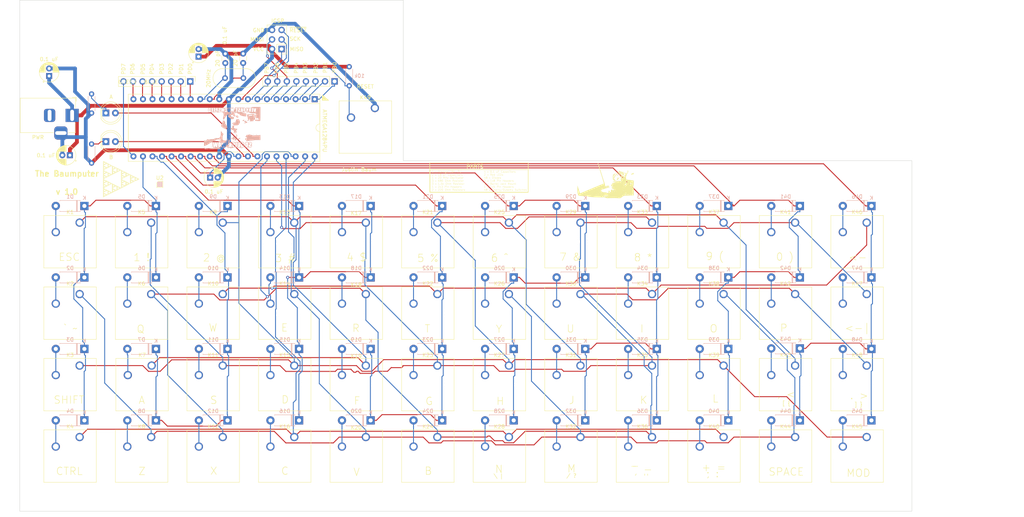
<source format=kicad_pcb>
(kicad_pcb (version 20211014) (generator pcbnew)
  (layers (0 "F.Cu" signal) (31 "B.Cu" signal) (34 "B.Paste" user) (35 "F.Paste" user) (36 "B.SilkS" user "B.Silkscreen") (37 "F.SilkS" user "F.Silkscreen") (38 "B.Mask" user) (39 "F.Mask" user) (44 "Edge.Cuts" user))
  (net 0 "")
  (net 1 "/KC0")
  (net 2 "Net-(D1-Pad2)")
  (net 3 "Net-(D2-Pad2)")
  (net 4 "Net-(D3-Pad2)")
  (net 5 "Net-(D4-Pad2)")
  (net 6 "Net-(D5-Pad2)")
  (net 7 "Net-(D6-Pad2)")
  (net 8 "/KC1")
  (net 9 "Net-(D7-Pad2)")
  (net 10 "Net-(D8-Pad2)")
  (net 11 "Net-(D9-Pad2)")
  (net 12 "Net-(D10-Pad2)")
  (net 13 "Net-(D11-Pad2)")
  (net 14 "Net-(D12-Pad2)")
  (net 15 "Net-(D13-Pad2)")
  (net 16 "Net-(D14-Pad2)")
  (net 17 "Net-(D15-Pad2)")
  (net 18 "Net-(D16-Pad2)")
  (net 19 "Net-(D17-Pad2)")
  (net 20 "Net-(D18-Pad2)")
  (net 21 "/KC3")
  (net 22 "Net-(D19-Pad2)")
  (net 23 "Net-(D20-Pad2)")
  (net 24 "Net-(D21-Pad2)")
  (net 25 "Net-(D22-Pad2)")
  (net 26 "Net-(D23-Pad2)")
  (net 27 "Net-(D24-Pad2)")
  (net 28 "Net-(D25-Pad2)")
  (net 29 "Net-(D26-Pad2)")
  (net 30 "Net-(D27-Pad2)")
  (net 31 "Net-(D28-Pad2)")
  (net 32 "Net-(D29-Pad2)")
  (net 33 "Net-(D30-Pad2)")
  (net 34 "/KC5")
  (net 35 "Net-(D31-Pad2)")
  (net 36 "Net-(D32-Pad2)")
  (net 37 "Net-(D33-Pad2)")
  (net 38 "Net-(D34-Pad2)")
  (net 39 "Net-(D35-Pad2)")
  (net 40 "Net-(D36-Pad2)")
  (net 41 "/KC6")
  (net 42 "Net-(D37-Pad2)")
  (net 43 "Net-(D38-Pad2)")
  (net 44 "Net-(D39-Pad2)")
  (net 45 "Net-(D40-Pad2)")
  (net 46 "Net-(D41-Pad2)")
  (net 47 "Net-(D42-Pad2)")
  (net 48 "/KC7")
  (net 49 "Net-(D43-Pad2)")
  (net 50 "Net-(D44-Pad2)")
  (net 51 "Net-(D45-Pad2)")
  (net 52 "Net-(D46-Pad2)")
  (net 53 "Net-(D47-Pad2)")
  (net 54 "Net-(D48-Pad2)")
  (net 55 "/PB0")
  (net 56 "/PB1")
  (net 57 "/PB2")
  (net 58 "/PB3")
  (net 59 "Net-(C1-Pad2)")
  (net 60 "/MOSI")
  (net 61 "/KR0")
  (net 62 "/MISO")
  (net 63 "Net-(C2-Pad2)")
  (net 64 "/~RESET")
  (net 65 "/KC2")
  (net 66 "/KC4")
  (net 67 "VCC")
  (net 68 "GND")
  (net 69 "/PB4")
  (net 70 "/PB7")
  (net 71 "/PA7")
  (net 72 "/PA6")
  (net 73 "/KR5")
  (net 74 "/KR4")
  (net 75 "/KR3")
  (net 76 "/KR2")
  (net 77 "/KR1")
  (net 79 "Net-(D49-Pad1)")
  (net 80 "Net-(D50-Pad1)")
  (net 81 "Net-(C3-Pad1)")
  (net 98 "Net-(U1-Pad14)")
  (net 99 "Net-(U1-Pad15)")
  (net 100 "Net-(U1-Pad16)")
  (net 101 "Net-(U1-Pad17)")
  (net 102 "Net-(U1-Pad18)")
  (net 103 "Net-(U1-Pad19)")
  (net 104 "Net-(U1-Pad20)")
  (net 105 "Net-(U1-Pad21)")
  (footprint "Button_Switch_Keyboard:SW_Cherry_MX_1.00u_PCB" (layer "F.Cu") (at 139.7 139.7)
    (fp_text reference "K27")
    (fp_text value "SW_Push")
  )
  (footprint "MountingHole:MountingHole_2.1mm" (layer "F.Cu") (at 14.49 49.1)
    (fp_text reference "REF2" hide)
    (fp_text value "MountingHole_2.1mm")
  )
  (footprint "Button_Switch_Keyboard:SW_Cherry_MX_1.00u_PCB" (layer "F.Cu") (at 44.45 120.65)
    (fp_text reference "K6")
    (fp_text value "SW_Push")
  )
  (footprint "Button_Switch_Keyboard:SW_Cherry_MX_1.00u_PCB" (layer "F.Cu") (at 139.7 120.65)
    (fp_text reference "K26")
    (fp_text value "SW_Push")
  )
  (footprint "MountingHole:MountingHole_2.1mm" (layer "F.Cu") (at 93.16 49.5)
    (fp_text reference "REF1" hide)
    (fp_text value "MountingHole_2.1mm")
  )
  (footprint "Button_Switch_Keyboard:SW_Cherry_MX_1.00u_PCB" (layer "F.Cu") (at 139.7 101.6)
    (fp_text reference "K25")
    (fp_text value "SW_Push")
  )
  (footprint "Connector_PinHeader_2.54mm:PinHeader_1x08_P2.54mm_Vertical" (layer "F.Cu") (at 93.275 63.96 -90)
    (fp_text reference "J3" hide)
    (fp_text value "Conn_01x08_MountingPin")
  )
  (footprint "Capacitor_THT:CP_Radial_D5.0mm_P2.00mm" (layer "F.Cu") (at 17.28 62.52 90)
    (fp_text reference "C5" hide)
    (fp_text value "C")
  )
  (footprint "Package_DIP:DIP-40_W15.24mm_Socket" (layer "F.Cu") (at 87.985 68.705 -90)
    (fp_text reference "U1" hide)
    (fp_text value "ATmega1284-P")
  )
  (footprint "Button_Switch_Keyboard:SW_Cherry_MX_1.00u_PCB" (layer "F.Cu") (at 215.9 158.75)
    (fp_text reference "K44")
    (fp_text value "SW_Push")
  )
  (footprint "Button_Switch_Keyboard:SW_Cherry_MX_1.00u_PCB" (layer "F.Cu") (at 177.8 101.6)
    (fp_text reference "K33")
    (fp_text value "SW_Push")
  )
  (footprint "Button_Switch_Keyboard:SW_Cherry_MX_1.00u_PCB" (layer "F.Cu") (at 25.4 120.65)
    (fp_text reference "K2")
    (fp_text value "SW_Push")
  )
  (footprint "Capacitor_THT:CP_Radial_D5.0mm_P2.00mm" (layer "F.Cu") (at 60.1449 89.59)
    (fp_text reference "C3" hide)
    (fp_text value "0.1 uF")
  )
  (footprint "Button_Switch_Keyboard:SW_Cherry_MX_1.00u_PCB" (layer "F.Cu") (at 177.8 158.75)
    (fp_text reference "K36")
    (fp_text value "SW_Push")
  )
  (footprint "Button_Switch_Keyboard:SW_Cherry_MX_1.00u_PCB" (layer "F.Cu") (at 44.45 158.75)
    (fp_text reference "K8")
    (fp_text value "SW_Push")
  )
  (footprint "LED_THT:LED_D5.0mm_Clear" (layer "F.Cu") (at 32.385 80.01)
    (fp_text reference "D50" hide)
    (fp_text value "LED")
  )
  (footprint "Button_Switch_Keyboard:SW_Cherry_MX_1.00u_PCB" (layer "F.Cu") (at 63.5 158.75)
    (fp_text reference "K12")
    (fp_text value "SW_Push")
  )
  (footprint "Button_Switch_Keyboard:SW_Cherry_MX_1.00u_PCB" (layer "F.Cu") (at 44.45 101.6)
    (fp_text reference "K5")
    (fp_text value "SW_Push")
  )
  (footprint "Button_Switch_Keyboard:SW_Cherry_MX_1.00u_PCB" (layer "F.Cu") (at 82.55 120.65)
    (fp_text reference "K14")
    (fp_text value "SW_Push")
  )
  (footprint "Button_Switch_Keyboard:SW_Cherry_MX_1.00u_PCB" (layer "F.Cu") (at 196.85 120.65)
    (fp_text reference "K38")
    (fp_text value "SW_Push")
  )
  (footprint "Capacitor_THT:CP_Radial_D5.0mm_P2.00mm" (layer "F.Cu") (at 57.06 57.36 90)
    (fp_text reference "C4" hide)
    (fp_text value "C")
  )
  (footprint "Button_Switch_Keyboard:SW_Cherry_MX_1.00u_PCB" (layer "F.Cu") (at 120.65 139.7)
    (fp_text reference "K23")
    (fp_text value "SW_Push")
  )
  (footprint "Button_Switch_Keyboard:SW_Cherry_MX_1.00u_PCB" (layer "F.Cu") (at 82.55 158.75)
    (fp_text reference "K16")
    (fp_text value "SW_Push")
  )
  (footprint "Button_Switch_Keyboard:SW_Cherry_MX_1.00u_PCB" (layer "F.Cu") (at 63.5 120.65)
    (fp_text reference "K10")
    (fp_text value "SW_Push")
  )
  (footprint "Button_Switch_Keyboard:SW_Cherry_MX_1.00u_PCB" (layer "F.Cu") (at 215.9 139.7)
    (fp_text reference "K43")
    (fp_text value "SW_Push")
  )
  (footprint "Button_Switch_Keyboard:SW_Cherry_MX_1.00u_PCB" (layer "F.Cu") (at 104.01 71.06)
    (fp_text reference "K49")
    (fp_text value "SW_Push")
  )
  (footprint "Button_Switch_Keyboard:SW_Cherry_MX_1.00u_PCB" (layer "F.Cu") (at 234.95 139.7)
    (fp_text reference "K48")
    (fp_text value "SW_Push")
  )
  (footprint "Connector_PinHeader_2.54mm:PinHeader_1x08_P2.54mm_Vertical" (layer "F.Cu") (at 54.85 63.98 -90)
    (fp_text reference "J1" hide)
    (fp_text value "Conn_01x08_MountingPin")
  )
  (footprint "Button_Switch_Keyboard:SW_Cherry_MX_1.00u_PCB" (layer "F.Cu") (at 82.55 101.6)
    (fp_text reference "K13")
    (fp_text value "SW_Push")
  )
  (footprint "Images:sierpinski" (layer "F.Cu") (at 36.55 89.97 -90)
    (fp_text reference "G2" hide)
    (fp_text value "LOGO" hide)
  )
  (footprint "MountingHole:MountingHole_2.1mm" (layer "F.Cu") (at 242.6 176.02)
    (fp_text reference "REF4" hide)
    (fp_text value "MountingHole_2.1mm")
  )
  (footprint "Package_CSP:WLCSP-16_1.409x1.409mm_P0.35mm" (layer "F.Cu") (at 46.75 91.39)
    (fp_text reference "U2")
    (fp_text value "ICE40UL1K-SWG16")
  )
  (footprint "Button_Switch_Keyboard:SW_Cherry_MX_1.00u_PCB" (layer "F.Cu") (at 158.75 101.6)
    (fp_text reference "K29")
    (fp_text value "SW_Push")
  )
  (footprint "Button_Switch_Keyboard:SW_Cherry_MX_1.00u_PCB" (layer "F.Cu") (at 82.55 139.7)
    (fp_text reference "K15")
    (fp_text value "SW_Push")
  )
  (footprint "MountingHole:MountingHole_2.1mm" (layer "F.Cu") (at 132.08 175.895)
    (fp_text reference "REF6" hide)
    (fp_text value "MountingHole_2.1mm")
  )
  (footprint "Button_Switch_Keyboard:SW_Cherry_MX_1.00u_PCB" (layer "F.Cu") (at 44.577 139.7)
    (fp_text reference "K7")
    (fp_text value "SW_Push")
  )
  (footprint "Button_Switch_Keyboard:SW_Cherry_MX_1.00u_PCB" (layer "F.Cu") (at 234.95 120.65)
    (fp_text reference "K47")
    (fp_text value "SW_Push")
  )
  (footprint "Button_Switch_Keyboard:SW_Cherry_MX_1.00u_PCB" (layer "F.Cu") (at 139.7 158.75)
    (fp_text reference "K28")
    (fp_text value "SW_Push")
  )
  (footprint "Button_Switch_Keyboard:SW_Cherry_MX_1.00u_PCB" (layer "F.Cu") (at 234.95 101.6)
    (fp_text reference "K46")
    (fp_text value "SW_Push")
  )
  (footprint "Button_Switch_Keyboard:SW_Cherry_MX_1.00u_PCB" (layer "F.Cu") (at 63.5 101.6)
    (fp_text reference "K9")
    (fp_text value "SW_Push")
  )
  (footprint "Capacitor_THT:CP_Radial_D5.0mm_P2.00mm" (layer "F.Cu") (at 22.8 83.64 180)
    (fp_text reference "C6" hide)
    (fp_text value "C")
  )
  (footprint "MountingHole:MountingHole_2.1mm" (layer "F.Cu") (at 12.25 175.65)
    (fp_text reference "REF3" hide)
    (fp_text value "MountingHole_2.1mm")
  )
  (footprint "Button_Switch_Keyboard:SW_Cherry_MX_1.00u_PCB" (layer "F.Cu") (at 101.6 158.75)
    (fp_text reference "K20")
    (fp_text value "SW_Push")
  )
  (footprint "Button_Switch_Keyboard:SW_Cherry_MX_1.00u_PCB" (layer "F.Cu") (at 234.95 158.75)
    (fp_text reference "K45")
    (fp_text value "SW_Push")
  )
  (footprint "Images:cat computer" (layer "F.Cu") (at 165.43 90.66)
    (fp_text reference "G1" hide)
    (fp_text value "LOGO" hide)
  )
  (footprint "Button_Switch_Keyboard:SW_Cherry_MX_1.00u_PCB" (layer "F.Cu") (at 101.6 101.6)
    (fp_text reference "K17")
    (fp_text value "SW_Push")
  )
  (footprint "Button_Switch_Keyboard:SW_Cherry_MX_1.00u_PCB" (layer "F.Cu") (at 177.8 120.65)
    (fp_text reference "K34")
    (fp_text value "SW_Push")
  )
  (footprint "Button_Switch_Keyboard:SW_Cherry_MX_1.00u_PCB" (layer "F.Cu") (at 158.75 158.75)
    (fp_text reference "K32")
    (fp_text value "SW_Push")
  )
  (footprint "Button_Switch_Keyboard:SW_Cherry_MX_1.00u_PCB" (layer "F.Cu") (at 196.85 158.75)
    (fp_text reference "K40")
    (fp_text value "SW_Push")
  )
  (footprint "Button_Switch_Keyboard:SW_Cherry_MX_1.00u_PCB" (layer "F.Cu") (at 158.75 139.7)
    (fp_text reference "K31")
    (fp_text value "SW_Push")
  )
  (footprint "Button_Switch_Keyboard:SW_Cherry_MX_1.00u_PCB" (layer "F.Cu") (at 101.6 120.65)
    (fp_text reference "K18")
    (fp_text value "SW_Push")
  )
  (footprint "Button_Switch_Keyboard:SW_Cherry_MX_1.00u_PCB" (layer "F.Cu") (at 215.9 101.6)
    (fp_text reference "K41")
    (fp_text value "SW_Push")
  )
  (footprint "Button_Switch_Keyboard:SW_Cherry_MX_1.00u_PCB" (layer "F.Cu") (at 196.85 139.7)
    (fp_text reference "K39")
    (fp_text value "SW_Push")
  )
  (footprint "Button_Switch_Keyboard:SW_Cherry_MX_1.00u_PCB" (layer "F.Cu") (at 120.65 101.6)
    (fp_text reference "K21")
    (fp_text value "SW_Push")
  )
  (footprint "Connector_PinHeader_2.54mm:PinHeader_2x03_P2.54mm_Vertical" (layer "F.Cu") (at 79.17 55.33 180)
    (fp_text reference "J2" hide)
    (fp_text value "Conn_02x03_Odd_Even")
  )
  (footprint "Connector_BarrelJack:BarrelJack_Horizontal" (layer "F.Cu") (at 23.4 73.0225)
    (fp_text reference "J5" hide)
    (fp_text value "Barrel_Jack_Switch_Pin3Ring")
  )
  (footprint "Capacitor_THT:C_Disc_D3.0mm_W1.6mm_P2.50mm" (layer "F.Cu") (at 68.94 56.56 -90)
    (fp_text reference "C2" hide)
    (fp_text value "20 pF")
  )
  (footprint "Button_Switch_Keyboard:SW_Cherry_MX_1.00u_PCB" (layer "F.Cu") (at 196.85 101.6)
    (fp_text reference "K37")
    (fp_text value "SW_Push")
  )
  (footprint "LED_THT:LED_D5.0mm_Clear" (layer "F.Cu") (at 32.385 72.39)
    (fp_text reference "D49" hide)
    (fp_text value "LED")
  )
  (footprint "Button_Switch_Keyboard:SW_Cherry_MX_1.00u_PCB" (layer "F.Cu") (at 25.4 139.7)
    (fp_text reference "K3")
    (fp_text value "SW_Push")
  )
  (footprint "Button_Switch_Keyboard:SW_Cherry_MX_1.00u_PCB" (layer "F.Cu") (at 120.65 158.75)
    (fp_text reference "K24")
    (fp_text value "SW_Push")
  )
  (footprint "Capacitor_THT:C_Disc_D3.0mm_W1.6mm_P2.50mm" (layer "F.Cu") (at 64.19 56.58 -90)
    (fp_text reference "C1" hide)
    (fp_text value "20 pF")
  )
  (footprint "Button_Switch_Keyboard:SW_Cherry_MX_1.00u_PCB" (layer "F.Cu") (at 25.4 101.6)
    (fp_text reference "K1")
    (fp_text value "SW_Push")
  )
  (footprint "Button_Switch_Keyboard:SW_Cherry_MX_1.00u_PCB" (layer "F.Cu") (at 215.9 120.65)
    (fp_text reference "K42")
    (fp_text value "SW_Push")
  )
  (footprint "Button_Switch_Keyboard:SW_Cherry_MX_1.00u_PCB" (layer "F.Cu") (at 101.6 139.7)
    (fp_text reference "K19")
    (fp_text value "SW_Push")
  )
  (footprint "Button_Switch_Keyboard:SW_Cherry_MX_1.00u_PCB" (layer "F.Cu") (at 177.8 139.7)
    (fp_text reference "K35")
    (fp_text value "SW_Push")
  )
  (footprint "Button_Switch_Keyboard:SW_Cherry_MX_1.00u_PCB" (layer "F.Cu") (at 63.5 139.7)
    (fp_text reference "K11")
    (fp_text value "SW_Push")
  )
  (footprint "Button_Switch_Keyboard:SW_Cherry_MX_1.00u_PCB" (layer "F.Cu") (at 120.65 120.65)
    (fp_text reference "K22")
    (fp_text value "SW_Push")
  )
  (footprint "Button_Switch_Keyboard:SW_Cherry_MX_1.00u_PCB" (layer "F.Cu") (at 25.4 158.75)
    (fp_text reference "K4")
    (fp_text value "SW_Push")
  )
  (footprint "Crystal:Crystal_HC49-U_Vertical" (layer "F.Cu") (at 68.995 63.085 180)
    (fp_text reference "Y1" hide)
    (fp_text value "20MHz")
  )
  (footprint "MountingHole:MountingHole_2.1mm" (layer "F.Cu") (at 242.03 94.17)
    (fp_text reference "REF7" hide)
    (fp_text value "MountingHole_2.1mm")
  )
  (footprint "Button_Switch_Keyboard:SW_Cherry_MX_1.00u_PCB" (layer "F.Cu") (at 158.75 120.65)
    (fp_text reference "K30")
    (fp_text value "SW_Push")
  )
  (footprint "Diode_THT:D_DO-41_SOD81_P7.62mm_Horizontal" (layer "B.Cu") (at 236.22 154.305 180)
    (fp_text reference "D45")
    (fp_text value "D")
  )
  (footprint "Diode_THT:D_DO-41_SOD81_P7.62mm_Horizontal" (layer "B.Cu") (at 102.87 97.155 180)
    (fp_text reference "D17")
    (fp_text value "D")
  )
  (footprint "Diode_THT:D_DO-41_SOD81_P7.62mm_Horizontal" (layer "B.Cu") (at 140.97 97.155 180)
    (fp_text reference "D25")
    (fp_text value "D")
  )
  (footprint "Diode_THT:D_DO-41_SOD81_P7.62mm_Horizontal" (layer "B.Cu") (at 121.92 135.255 180)
    (fp_text reference "D23")
    (fp_text value "D")
  )
  (footprint "Diode_THT:D_DO-41_SOD81_P7.62mm_Horizontal" (layer "B.Cu") (at 45.72 135.255 180)
    (fp_text reference "D7")
    (fp_text value "D")
  )
  (footprint "Diode_THT:D_DO-41_SOD81_P7.62mm_Horizontal" (layer "B.Cu") (at 198.12 97.155 180)
    (fp_text reference "D37")
    (fp_text value "D")
  )
  (footprint "Diode_THT:D_DO-41_SOD81_P7.62mm_Horizontal" (layer "B.Cu") (at 217.17 97.155 180)
    (fp_text reference "D41")
    (fp_text value "D" hide)
  )
  (footprint "Diode_THT:D_DO-41_SOD81_P7.62mm_Horizontal" (layer "B.Cu") (at 140.97 154.305 180)
    (fp_text reference "D28")
    (fp_text value "D")
  )
  (footprint "Diode_THT:D_DO-41_SOD81_P7.62mm_Horizontal" (layer "B.Cu") (at 64.77 135.255 180)
    (fp_text reference "D11")
    (fp_text value "D")
  )
  (footprint "Diode_THT:D_DO-41_SOD81_P7.62mm_Horizontal" (layer "B.Cu") (at 217.17 135.128 180)
    (fp_text reference "D43")
    (fp_text value "D")
  )
  (footprint "Resistor_THT:R_Axial_DIN0204_L3.6mm_D1.6mm_P5.08mm_Horizontal" (layer "B.Cu") (at 28.575 72.39 90)
    (fp_text reference "R1" hide)
    (fp_text value "R")
  )
  (footprint "Diode_THT:D_DO-41_SOD81_P7.62mm_Horizontal" (layer "B.Cu") (at 121.92 97.155 180)
    (fp_text reference "D21")
    (fp_text value "D")
  )
  (footprint "Diode_THT:D_DO-41_SOD81_P7.62mm_Horizontal" (layer "B.Cu") (at 140.97 135.255 180)
    (fp_text reference "D27")
    (fp_text value "D")
  )
  (footprint "Diode_THT:D_DO-41_SOD81_P7.62mm_Horizontal" (layer "B.Cu") (at 179.07 135.255 180)
    (fp_text reference "D35")
    (fp_text value "D")
  )
  (footprint "Diode_THT:D_DO-41_SOD81_P7.62mm_Horizontal" (layer "B.Cu") (at 83.82 154.305 180)
    (fp_text reference "D16")
    (fp_text value "D")
  )
  (footprint "Diode_THT:D_DO-41_SOD81_P7.62mm_Horizontal" (layer "B.Cu") (at 102.87 135.255 180)
    (fp_text reference "D19")
    (fp_text value "D")
  )
  (footprint "Diode_THT:D_DO-41_SOD81_P7.62mm_Horizontal" (layer "B.Cu") (at 217.17 116.205 180)
    (fp_text reference "D42")
    (fp_text value "D")
  )
  (footprint "Diode_THT:D_DO-41_SOD81_P7.62mm_Horizontal" (layer "B.Cu") (at 160.02 135.255 180)
    (fp_text reference "D31")
    (fp_text value "D")
  )
  (footprint "Diode_THT:D_DO-41_SOD81_P7.62mm_Horizontal" (layer "B.Cu") (at 198.12 116.205 180)
    (fp_text reference "D38")
    (fp_text value "D")
  )
  (footprint "Diode_THT:D_DO-41_SOD81_P7.62mm_Horizontal" (layer "B.Cu") (at 83.82 135.255 180)
    (fp_text reference "D15")
    (fp_text value "D")
  )
  (footprint "Diode_THT:D_DO-41_SOD81_P7.62mm_Horizontal" (layer "B.Cu") (at 179.07 116.205 180)
    (fp_text reference "D34")
    (fp_text value "D")
  )
  (footprint "Diode_THT:D_DO-41_SOD81_P7.62mm_Horizontal" (layer "B.Cu") (at 64.77 116.205 180)
    (fp_text reference "D10")
    (fp_text value "D")
  )
  (footprint "Diode_THT:D_DO-41_SOD81_P7.62mm_Horizontal" (layer "B.Cu") (at 198.12 154.305 180)
    (fp_text reference "D40")
    (fp_text value "D")
  )
  (footprint "Diode_THT:D_DO-41_SOD81_P7.62mm_Horizontal" (layer "B.Cu") (at 83.82 97.155 180)
    (fp_text reference "D13")
    (fp_text value "D")
  )
  (footprint "Diode_THT:D_DO-41_SOD81_P7.62mm_Horizontal" (layer "B.Cu") (at 160.02 97.155 180)
    (fp_text reference "D29")
    (fp_text value "D")
  )
  (footprint "Diode_THT:D_DO-41_SOD81_P7.62mm_Horizontal" (layer "B.Cu") (at 45.72 116.205 180)
    (fp_text reference "D6")
    (fp_text value "D")
  )
  (footprint "Diode_THT:D_DO-41_SOD81_P7.62mm_Horizontal" (layer "B.Cu") (at 45.72 97.155 180)
    (fp_text reference "D5")
    (fp_text value "D")
  )
  (footprint "Diode_THT:D_DO-41_SOD81_P7.62mm_Horizontal" (layer "B.Cu") (at 64.77 154.305 180)
    (fp_text reference "D12")
    (fp_text value "D")
  )
  (footprint "Diode_THT:D_DO-41_SOD81_P7.62mm_Horizontal" (layer "B.Cu") (at 160.02 154.305 180)
    (fp_text reference "D32")
    (fp_text value "D")
  )
  (footprint "Diode_THT:D_DO-41_SOD81_P7.62mm_Horizontal" (layer "B.Cu") (at 217.17 154.305 180)
    (fp_text reference "D44")
    (fp_text value "D")
  )
  (footprint "Diode_THT:D_DO-41_SOD81_P7.62mm_Horizontal" (layer "B.Cu") (at 45.72 154.305 180)
    (fp_text reference "D8")
    (fp_text value "D")
  )
  (footprint "Diode_THT:D_DO-41_SOD81_P7.62mm_Horizontal" (layer "B.Cu") (at 64.77 97.155 180)
    (fp_text reference "D9")
    (fp_text value "D")
  )
  (footprint "Diode_THT:D_DO-41_SOD81_P7.62mm_Horizontal" (layer "B.Cu") (at 83.82 116.205 180)
    (fp_text reference "D14")
    (fp_text value "D")
  )
  (footprint "Resistor_THT:R_Axial_DIN0204_L3.6mm_D1.6mm_P5.08mm_Horizontal" (layer "B.Cu") (at 28.575 85.725 90)
    (fp_text reference "R2" hide)
    (fp_text value "R")
  )
  (footprint "Diode_THT:D_DO-41_SOD81_P7.62mm_Horizontal" (layer "B.Cu") (at 102.87 154.305 180)
    (fp_text reference "D20")
    (fp_text value "D")
  )
  (footprint "Diode_THT:D_DO-41_SOD81_P7.62mm_Horizontal" (layer "B.Cu") (at 236.22 97.155 180)
    (fp_text reference "D46")
    (fp_text value "D")
  )
  (footprint "Diode_THT:D_DO-41_SOD81_P7.62mm_Horizontal" (layer "B.Cu") (at 102.87 116.205 180)
    (fp_text reference "D18")
    (fp_text value "D")
  )
  (footprint "Diode_THT:D_DO-41_SOD81_P7.62mm_Horizontal" (layer "B.Cu") (at 236.22 116.205 180)
    (fp_text reference "D47")
    (fp_text value "D")
  )
  (footprint "Diode_THT:D_DO-41_SOD81_P7.62mm_Horizontal" (layer "B.Cu") (at 121.92 154.305 180)
    (fp_text reference "D24")
    (fp_text value "D")
  )
  (footprint "Diode_THT:D_DO-41_SOD81_P7.62mm_Horizontal" (layer "B.Cu") (at 121.92 116.205 180)
    (fp_text reference "D22")
    (fp_text value "D")
  )
  (footprint "Resistor_THT:R_Axial_DIN0204_L3.6mm_D1.6mm_P5.08mm_Horizontal" (layer "B.Cu") (at 97.17 60.05 -90)
    (fp_text reference "R3" hide)
    (fp_text value "R")
  )
  (footprint "Diode_THT:D_DO-41_SOD81_P7.62mm_Horizontal" (layer "B.Cu") (at 26.67 154.305 180)
    (fp_text reference "D4")
    (fp_text value "D")
  )
  (footprint "Diode_THT:D_DO-41_SOD81_P7.62mm_Horizontal" (layer "B.Cu") (at 26.67 135.255 180)
    (fp_text reference "D3")
    (fp_text value "D")
  )
  (footprint "Diode_THT:D_DO-41_SOD81_P7.62mm_Horizontal" (layer "B.Cu") (at 26.67 97.155 180)
    (fp_text reference "D1")
    (fp_text value "D")
  )
  (footprint "Diode_THT:D_DO-41_SOD81_P7.62mm_Horizontal" (layer "B.Cu") (at 179.07 97.155 180)
    (fp_text reference "D33")
    (fp_text value "D")
  )
  (footprint "Diode_THT:D_DO-41_SOD81_P7.62mm_Horizontal" (layer "B.Cu") (at 26.67 116.205 180)
    (fp_text reference "D2")
    (fp_text value "D")
  )
  (footprint "Diode_THT:D_DO-41_SOD81_P7.62mm_Horizontal" (layer "B.Cu") (at 198.12 135.255 180)
    (fp_text reference "D39")
    (fp_text value "D")
  )
  (footprint "Diode_THT:D_DO-41_SOD81_P7.62mm_Horizontal" (layer "B.Cu") (at 140.97 116.205 180)
    (fp_text reference "D26")
    (fp_text value "D")
  )
  (footprint "Images:fast" (layer "B.Cu") (at 66.05 76.4 180)
    (fp_text reference "G3" hide)
    (fp_text value "LOGO" hide)
  )
  (footprint "Diode_THT:D_DO-41_SOD81_P7.62mm_Horizontal" (layer "B.Cu") (at 236.22 135.255 180)
    (fp_text reference "D48")
    (fp_text value "D")
  )
  (footprint "Diode_THT:D_DO-41_SOD81_P7.62mm_Horizontal" (layer "B.Cu") (at 179.07 154.305 180)
    (fp_text reference "D36")
    (fp_text value "D")
  )
  (footprint "Diode_THT:D_DO-41_SOD81_P7.62mm_Horizontal" (layer "B.Cu") (at 160.02 116.205 180)
    (fp_text reference "D30")
    (fp_text value "D")
  )
  (gr_rect (start 118.62 85.67) (end 144.84 93.51) (layer "F.SilkS") (width 0.15) (fill none))
  (gr_poly (pts (xy 91.661 69.01) (xy 90.01 69.01) (xy 90.01 67.613)) (layer "F.SilkS") (width 0.15) (fill solid))
  (gr_rect (start 118.69 87.47) (end 144.84 93.51) (layer "F.SilkS") (width 0.15) (fill none))
  (gr_poly (pts (xy 111.59 85.1) (xy 247 85.1) (xy 247 178.5) (xy 9.45 178.5) (xy 9.45 42.32) (xy 111.59 42.32)) (layer "Edge.Cuts") (width 0.1) (fill none))
  (gr_text "10k\n" (at 99.91 62.48) (layer "B.SilkS") (effects (font (size 1 1)) (justify mirror)))
  (gr_text "ICSP\n" (at 78.14 47.840013) (layer "F.SilkS") (effects (font (size 1 1))))
  (gr_text "O" (at 194.2 129.85) (layer "F.SilkS") (effects (font (size 2 2))))
  (gr_text "PD1" (at 52.44 60.65 90) (layer "F.SilkS") (effects (font (size 1 1))))
  (gr_text "VCC\n" (at 73.03 55.370013) (layer "F.SilkS") (effects (font (size 1 1))))
  (gr_text "C" (at 80.04 167.79) (layer "F.SilkS") (effects (font (size 2 2))))
  (gr_text "0.1 uF" (at 64.05 51.690013 90) (layer "F.SilkS") (effects (font (size 1 1))))
  (gr_text "RESET" (at 101.46 65.35) (layer "F.SilkS") (effects (font (size 1 1))))
  (gr_text "<-" (at 232.58 110.82) (layer "F.SilkS") (effects (font (size 2 2))))
  (gr_text "1 x Atmega1284-PU			4 x 0.1 uF Capacitors\n2 x 18 pF Capacitors		2 x Red LEDs\n1 x 20 MHz Oscillator		48 x Diodes\n3 x 680 Ohm Resistor		2 x 1x8 Pin Headers\n3 x 1.5k Ohm Resistor		1 x Barrel Jack Mount\n1 x 2x3 Pin Headers			1 x 1x5 Pin Headers\n2 x 220 Ohm Resistors		48 x Cherry/Outemu Switches" (at 119.13 90.45) (layer "F.SilkS") (effects (font (size 0.5 0.5) (thickness 0.05)) (justify left)))
  (gr_text "PD4" (at 44.64 60.65 90) (layer "F.SilkS") (effects (font (size 1 1))))
  (gr_text "CTRL" (at 22.65 167.85) (layer "F.SilkS") (effects (font (size 2 2))))
  (gr_text "` ~" (at 23.05 129.78) (layer "F.SilkS") (effects (font (size 2 2))))
  (gr_text "7 &" (at 156.12 110.77) (layer "F.SilkS") (effects (font (size 2 2))))
  (gr_text "R" (at 98.97 129.73) (layer "F.SilkS") (effects (font (size 2 2))))
  (gr_text "PD3" (at 47.27 60.63 90) (layer "F.SilkS") (effects (font (size 1 1))))
  (gr_text "/ ?" (at 156.35 169.05) (layer "F.SilkS") (effects (font (size 1 1))))
  (gr_text "B\n" (at 33.78 84.15) (layer "F.SilkS") (effects (font (size 1 1))))
  (gr_text "PD2" (at 49.65 60.6 90) (layer "F.SilkS") (effects (font (size 1 1))))
  (gr_text "GND\n" (at 73.05 50.330013) (layer "F.SilkS") (effects (font (size 1 1))))
  (gr_text "3 #" (at 80.12 111.11) (layer "F.SilkS") (effects (font (size 2 2))))
  (gr_text "K" (at 175.57 148.9) (layer "F.SilkS") (effects (font (size 2 2))))
  (gr_text "\\ |" (at 137 169.17) (layer "F.SilkS") (effects (font (size 1 1))))
  (gr_text "X" (at 61.1 167.79) (layer "F.SilkS") (effects (font (size 2 2))))
  (gr_text "M" (at 156.35 167.17) (layer "F.SilkS") (effects (font (size 2 2))))
  (gr_text "5 %" (at 118.13 111.08) (layer "F.SilkS") (effects (font (size 2 2))))
  (gr_text "20MHz" (at 59.72 63.170013 90) (layer "F.SilkS") (effects (font (size 1 1))))
  (gr_text "<-|" (at 232.52 129.68) (layer "F.SilkS") (effects (font (size 2 2))))
  (gr_text "S" (at 61.1 148.91) (layer "F.SilkS") (effects (font (size 2 2))))
  (gr_text "' {dblquote}" (at 175 169.67) (layer "F.SilkS") (effects (font (size 2 2))))
  (gr_text "6 ^" (at 137.2 111.03) (layer "F.SilkS") (effects (font (size 2 2))))
  (gr_text "PB0" (at 93.27 60.27 90) (layer "F.SilkS") (effects (font (size 1 1))))
  (gr_text "0 )" (at 213.19 110.73) (layer "F.SilkS") (effects (font (size 2 2))))
  (gr_text "0.1 uF" (at 16.43 83.69) (layer "F.SilkS") (effects (font (size 1 1))))
  (gr_text "MOSI\n" (at 72.64 52.790013) (layer "F.SilkS") (effects (font (size 1 1))))
  (gr_text "GREEN\n" (at 38.1 64.135) (layer "F.SilkS") (effects (font (size 1 1))))
  (gr_text "The Baumputer\n\nv 1.0" (at 22.01 90.98) (layer "F.SilkS") (effects (font (size 1.5 1.5) (thickness 0.3))))
  (gr_text "E" (at 79.94 129.61) (layer "F.SilkS") (effects (font (size 2 2))))
  (gr_text "9 (" (at 194.47 110.56) (layer "F.SilkS") (effects (font (size 2 2))))
  (gr_text "PD0" (at 54.82 60.62 90) (layer "F.SilkS") (effects (font (size 1 1))))
  (gr_text "B" (at 118.23 167.79) (layer "F.SilkS") (effects (font (size 2 2))))
  (gr_text "ESC" (at 22.65 110.78) (layer "F.SilkS") (effects (font (size 2 2))))
  (gr_text ", <" (at 213.53 147.32) (layer "F.SilkS") (effects (font (size 2 2))))
  (gr_text "J" (at 156.44 148.93) (layer "F.SilkS") (effects (font (size 2 2))))
  (gr_text "G" (at 118.45 149.19) (layer "F.SilkS") (effects (font (size 2 2))))
  (gr_text "PB2" (at 88.29 60.41 90) (layer "F.SilkS") (effects (font (size 1 1))))
  (gr_text "4 $\n" (at 99.15 110.85) (layer "F.SilkS") (effects (font (size 2 2))))
  (gr_text "2 @" (at 61.25 110.95) (layer "F.SilkS") (effects (font (size 2 2))))
  (gr_text "PB1" (at 90.78 60.27 90) (layer "F.SilkS") (effects (font (size 1 1))))
  (gr_text "+ =" (at 194.23 166.83) (layer "F.SilkS") (effects (font (size 2 2))))
  (gr_text "PB3" (at 85.47 60.41 90) (layer "F.SilkS") (effects (font (size 1 1))))
  (gr_text "MOD\n" (at 232.76 168.34) (layer "F.SilkS") (effects (font (size 2 2))))
  (gr_text "ATMEGA1284PU" (at 90.64 77.12 270) (layer "F.SilkS") (effects (font (size 1 1))))
  (gr_text "PB5\n" (at 80.44 60.41 90) (layer "F.SilkS") (effects (font (size 1 1))))
  (gr_text "; :" (at 193.93 168.47) (layer "F.SilkS") (effects (font (size 2 2))))
  (gr_text "U" (at 156.09 129.88) (layer "F.SilkS") (effects (font (size 2 2))))
  (gr_text "~{RESET}\n" (at 83.56 50.330013) (layer "F.SilkS") (effects (font (size 1 1))))
  (gr_text "N" (at 137.06 167.29) (layer "F.SilkS") (effects (font (size 2 2))))
  (gr_text "PWR\n" (at 14.3 78.88) (layer "F.SilkS") (effects (font (size 1 1))))
  (gr_text "SCK" (at 82.78 52.620013) (layer "F.SilkS") (effects (font (size 1 1))))
  (gr_text "PB4" (at 83.07 60.41 90) (layer "F.SilkS") (effects (font (size 1 1))))
  (gr_text "SHIFT" (at 22.58 148.84) (layer "F.SilkS") (effects (font (size 2 2))))
  (gr_text "PARTS" (at 130.66 86.62) (layer "F.SilkS") (effects (font (size 1 1))))
  (gr_text "8 *" (at 175.45 110.9) (layer "F.SilkS") (effects (font (size 2 2))))
  (gr_text "Y" (at 137.06 129.96) (layer "F.SilkS") (effects (font (size 2 2))))
  (gr_text "V" (at 99.14 168.09) (layer "F.SilkS") (effects (font (size 2 2))))
  (gr_text "A" (at 33.78 68.11) (layer "F.SilkS") (effects (font (size 1 1))))
  (gr_text "T" (at 118.01 129.87) (layer "F.SilkS") (effects (font (size 2 2))))
  (gr_text "PD5" (at 42.26 60.68 90) (layer "F.SilkS") (effects (font (size 1 1))))
  (gr_text "BLUE" (at 44.45 64.135) (layer "F.SilkS") (effects (font (size 1 1))))
  (gr_text "H" (at 137.38 149.19) (layer "F.SilkS") (effects (font (size 2 2))))
  (gr_text "- _" (at 174.71 166.39) (layer "F.SilkS") (effects (font (size 2 2))))
  (gr_text "Z" (at 42.01 167.86) (layer "F.SilkS") (effects (font (size 2 2))))
  (gr_text "P" (at 212.87 129.7) (layer "F.SilkS") (effects (font (size 2 2))))
  (gr_text ". >" (at 232.96 147.67) (layer "F.SilkS") (effects (font (size 2 2))))
  (gr_text "W" (at 60.91 129.61) (layer "F.SilkS") (effects (font (size 2 2))))
  (gr_text "0.1 uF" (at 17.25 58.05) (layer "F.SilkS") (effects (font (size 1 1))))
  (gr_text "L\n" (at 194.68 148.53) (layer "F.SilkS") (effects (font (size 2 2))))
  (gr_text "] }" (at 232.78 150.06) (layer "F.SilkS") (effects (font (size 1 1))))
  (gr_text "D" (at 80.12 148.77) (layer "F.SilkS") (effects (font (size 2 2))))
  (gr_text "PB7" (at 75.23 60.45 90) (layer "F.SilkS") (effects (font (size 1 1))))
  (gr_text "Q" (at 41.64 129.98) (layer "F.SilkS") (effects (font (size 2 2))))
  (gr_text "I" (at 175.11 129.88) (layer "F.SilkS") (effects (font (size 2 2))))
  (gr_text "SPACE" (at 213.55 168.01) (layer "F.SilkS") (effects (font (size 2 2))))
  (gr_text "MISO\n" (at 83.19 55.370013) (layer "F.SilkS") (effects (font (size 1 1))))
  (gr_text "PB6\n" (at 77.95 60.41 90) (layer "F.SilkS") (effects (font (size 1 1))))
  (gr_text "[ {" (at 213.53 149.72) (layer "F.SilkS") (effects (font (size 1 1))))
  (gr_text "A" (at 41.95 148.91) (layer "F.SilkS") (effects (font (size 2 2))))
  (gr_text "F" (at 99.26 149.06) (layer "F.SilkS") (effects (font (size 2 2))))
  (gr_text "PD7" (at 37.09 60.66 90) (layer "F.SilkS") (effects (font (size 1 1))))
  (gr_text "1 !" (at 41.9 110.86) (layer "F.SilkS") (effects (font (size 2 2))))
  (gr_text "PD6" (at 39.47 60.63 90) (layer "F.SilkS") (effects (font (size 1 1))))
  (gr_text "Justin Baum" (at 99.81 87.47) (layer "F.SilkS") (effects (font (size 1 1))))
  (segment (start 42.6698 95.6299) (end 29.7202 95.6299) (width 0.25) (layer "F.Cu") (net 1))
  (segment (start 28.1951 97.155) (end 26.67 97.155) (width 0.25) (layer "F.Cu") (net 1))
  (segment (start 44.1949 97.155) (end 42.6698 95.6299) (width 0.25) (layer "F.Cu") (net 1))
  (segment (start 29.7202 95.6299) (end 28.1951 97.155) (width 0.25) (layer "F.Cu") (net 1))
  (segment (start 45.72 97.155) (end 44.1949 97.155) (width 0.25) (layer "F.Cu") (net 1))
  (segment (start 26.936 102.854) (end 26.6129 103.177) (width 0.25) (layer "B.Cu") (net 1))
  (segment (start 42.265 92.1749) (end 42.265 83.945) (width 0.25) (layer "B.Cu") (net 1))
  (segment (start 45.72 97.155) (end 45.72 95.6299) (width 0.25) (layer "B.Cu") (net 1))
  (segment (start 26.6129 141.277) (end 26.6129 152.723) (width 0.25) (layer "B.Cu") (net 1))
  (segment (start 26.67 136.78) (end 26.9477 137.058) (width 0.25) (layer "B.Cu") (net 1))
  (segment (start 26.2132 124.298) (end 23.8548 121.939) (width 0.25) (layer "B.Cu") (net 1))
  (segment (start 45.6643 114.624) (end 45.72 114.68) (width 0.25) (layer "B.Cu") (net 1))
  (segment (start 26.67 98.6801) (end 26.936 98.9461) (width 0.25) (layer "B.Cu") (net 1))
  (segment (start 26.2132 133.273) (end 26.2132 124.298) (width 0.25) (layer "B.Cu") (net 1))
  (segment (start 26.9477 140.942) (end 26.6129 141.277) (width 0.25) (layer "B.Cu") (net 1))
  (segment (start 45.6643 104.572) (end 45.6643 114.624) (width 0.25) (layer "B.Cu") (net 1))
  (segment (start 26.67 133.73) (end 26.2132 133.273) (width 0.25) (layer "B.Cu") (net 1))
  (segment (start 26.67 116.205) (end 26.67 115.442) (width 0.25) (layer "B.Cu") (net 1))
  (segment (start 46.0172 98.9773) (end 46.0172 104.219) (width 0.25) (layer "B.Cu") (net 1))
  (segment (start 26.67 97.155) (end 26.67 98.6801) (width 0.25) (layer "B.Cu") (net 1))
  (segment (start 23.8548 118.258) (end 26.67 115.442) (width 0.25) (layer "B.Cu") (net 1))
  (segment (start 46.0172 104.219) (end 45.6643 104.572) (width 0.25) (layer "B.Cu") (net 1))
  (segment (start 45.72 97.155) (end 45.72 98.6801) (width 0.25) (layer "B.Cu") (net 1))
  (segment (start 26.6129 114.623) (end 26.67 114.68) (width 0.25) (layer "B.Cu") (net 1))
  (segment (start 45.72 98.6801) (end 46.0172 98.9773) (width 0.25) (layer "B.Cu") (net 1))
  (segment (start 26.67 114.68) (end 26.67 115.442) (width 0.25) (layer "B.Cu") (net 1))
  (segment (start 23.8548 121.939) (end 23.8548 118.258) (width 0.25) (layer "B.Cu") (net 1))
  (segment (start 26.6129 103.177) (end 26.6129 114.623) (width 0.25) (layer "B.Cu") (net 1))
  (segment (start 26.6129 152.723) (end 26.67 152.78) (width 0.25) (layer "B.Cu") (net 1))
  (segment (start 26.67 152.78) (end 26.67 154.305) (width 0.25) (layer "B.Cu") (net 1))
  (segment (start 26.67 135.255) (end 26.67 133.73) (width 0.25) (layer "B.Cu") (net 1))
  (segment (start 45.72 95.6299) (end 42.265 92.1749) (width 0.25) (layer "B.Cu") (net 1))
  (segment (start 26.936 98.9461) (end 26.936 102.854) (width 0.25) (layer "B.Cu") (net 1))
  (segment (start 26.9477 137.058) (end 26.9477 140.942) (width 0.25) (layer "B.Cu") (net 1))
  (segment (start 45.72 114.68) (end 45.72 116.205) (width 0.25) (layer "B.Cu") (net 1))
  (segment (start 26.67 135.255) (end 26.67 136.78) (width 0.25) (layer "B.Cu") (net 1))
  (segment (start 19.05 97.155) (end 19.05 104.14) (width 0.25) (layer "B.Cu") (net 2))
  (segment (start 19.05 116.205) (end 19.05 123.19) (width 0.25) (layer "B.Cu") (net 3))
  (segment (start 19.05 135.255) (end 19.05 142.24) (width 0.25) (layer "B.Cu") (net 4))
  (segment (start 19.05 154.305) (end 19.05 161.29) (width 0.25) (layer "B.Cu") (net 5))
  (segment (start 38.1 97.155) (end 38.1 104.14) (width 0.25) (layer "B.Cu") (net 6))
  (segment (start 38.1 116.205) (end 38.1 123.19) (width 0.25) (layer "B.Cu") (net 7))
  (segment (start 48.7702 155.83) (end 61.7198 155.83) (width 0.25) (layer "F.Cu") (net 8))
  (segment (start 47.2451 154.305) (end 48.7702 155.83) (width 0.25) (layer "F.Cu") (net 8))
  (segment (start 63.2449 154.305) (end 64.77 154.305) (width 0.25) (layer "F.Cu") (net 8))
  (segment (start 45.72 154.305) (end 47.2451 154.305) (width 0.25) (layer "F.Cu") (net 8))
  (segment (start 61.7198 155.83) (end 63.2449 154.305) (width 0.25) (layer "F.Cu") (net 8))
  (segment (start 47.0795 85.5021) (end 46.0301 84.4527) (width 0.25) (layer "B.Cu") (net 8))
  (segment (start 64.77 152.78) (end 64.77 154.305) (width 0.25) (layer "B.Cu") (net 8))
  (segment (start 47.6539 85.5021) (end 47.0795 85.5021) (width 0.25) (layer "B.Cu") (net 8))
  (segment (start 64.77 133.73) (end 64.7129 133.673) (width 0.25) (layer "B.Cu") (net 8))
  (segment (start 45.72 136.78) (end 46.1083 137.168) (width 0.25) (layer "B.Cu") (net 8))
  (segment (start 45.72 142.744) (end 45.72 154.305) (width 0.25) (layer "B.Cu") (net 8))
  (segment (start 64.7129 122.227) (end 65.0477 121.892) (width 0.25) (layer "B.Cu") (net 8))
  (segment (start 65.0477 115.72) (end 64.77 115.442) (width 0.25) (layer "B.Cu") (net 8))
  (segment (start 64.77 135.255) (end 64.77 136.78) (width 0.25) (layer "B.Cu") (net 8))
  (segment (start 64.0854 113.995) (end 64.77 114.68) (width 0.25) (layer "B.Cu") (net 8))
  (segment (start 46.0301 84.4527) (end 46.0301 83.945) (width 0.25) (layer "B.Cu") (net 8))
  (segment (start 65.0477 121.892) (end 65.0477 115.72) (width 0.25) (layer "B.Cu") (net 8))
  (segment (start 64.7143 152.724) (end 64.77 152.78) (width 0.25) (layer "B.Cu") (net 8))
  (segment (start 64.77 97.155) (end 64.77 98.6801) (width 0.25) (layer "B.Cu") (net 8))
  (segment (start 64.77 115.442) (end 64.77 116.205) (width 0.25) (layer "B.Cu") (net 8))
  (segment (start 61.9687 99.8169) (end 61.9687 102.251) (width 0.25) (layer "B.Cu") (net 8))
  (segment (start 45.72 135.255) (end 45.72 136.78) (width 0.25) (layer "B.Cu") (net 8))
  (segment (start 65.0672 142.319) (end 64.7143 142.672) (width 0.25) (layer "B.Cu") (net 8))
  (segment (start 64.77 135.255) (end 64.77 133.73) (width 0.25) (layer "B.Cu") (net 8))
  (segment (start 61.9687 102.251) (end 64.0854 104.368) (width 0.25) (layer "B.Cu") (net 8))
  (segment (start 64.77 114.68) (end 64.77 115.442) (width 0.25) (layer "B.Cu") (net 8))
  (segment (start 64.0854 104.368) (end 64.0854 113.995) (width 0.25) (layer "B.Cu") (net 8))
  (segment (start 61.9687 99.8169) (end 47.6539 85.5021) (width 0.25) (layer "B.Cu") (net 8))
  (segment (start 64.77 136.78) (end 65.0672 137.077) (width 0.25) (layer "B.Cu") (net 8))
  (segment (start 64.7129 133.673) (end 64.7129 122.227) (width 0.25) (layer "B.Cu") (net 8))
  (segment (start 46.1083 142.355) (end 45.72 142.744) (width 0.25) (layer "B.Cu") (net 8))
  (segment (start 46.0301 83.945) (end 44.805 83.945) (width 0.25) (layer "B.Cu") (net 8))
  (segment (start 65.0672 137.077) (end 65.0672 142.319) (width 0.25) (layer "B.Cu") (net 8))
  (segment (start 64.77 98.6801) (end 63.1055 98.6801) (width 0.25) (layer "B.Cu") (net 8))
  (segment (start 46.1083 137.168) (end 46.1083 142.355) (width 0.25) (layer "B.Cu") (net 8))
  (segment (start 63.1055 98.6801) (end 61.9687 99.8169) (width 0.25) (layer "B.Cu") (net 8))
  (segment (start 64.7143 142.672) (end 64.7143 152.724) (width 0.25) (layer "B.Cu") (net 8))
  (segment (start 38.1 136.78) (end 38.227 136.907) (width 0.25) (layer "B.Cu") (net 9))
  (segment (start 38.1 135.255) (end 38.1 136.78) (width 0.25) (layer "B.Cu") (net 9))
  (segment (start 38.227 136.907) (end 38.227 142.24) (width 0.25) (layer "B.Cu") (net 9))
  (segment (start 38.1 154.305) (end 38.1 161.29) (width 0.25) (layer "B.Cu") (net 10))
  (segment (start 57.15 97.155) (end 57.15 104.14) (width 0.25) (layer "B.Cu") (net 11))
  (segment (start 57.15 116.205) (end 57.15 123.19) (width 0.25) (layer "B.Cu") (net 12))
  (segment (start 57.15 135.255) (end 57.15 142.24) (width 0.25) (layer "B.Cu") (net 13))
  (segment (start 57.15 154.305) (end 57.15 161.29) (width 0.25) (layer "B.Cu") (net 14))
  (segment (start 76.2 97.155) (end 76.2 104.14) (width 0.25) (layer "B.Cu") (net 15))
  (segment (start 76.2187 121.009) (end 75.8122 120.602) (width 0.25) (layer "B.Cu") (net 16))
  (segment (start 76.2 117.73) (end 76.2 116.205) (width 0.25) (layer "B.Cu") (net 16))
  (segment (start 76.2 123.19) (end 76.2187 123.171) (width 0.25) (layer "B.Cu") (net 16))
  (segment (start 75.8122 118.118) (end 76.2 117.73) (width 0.25) (layer "B.Cu") (net 16))
  (segment (start 76.2187 123.171) (end 76.2187 121.009) (width 0.25) (layer "B.Cu") (net 16))
  (segment (start 75.8122 120.602) (end 75.8122 118.118) (width 0.25) (layer "B.Cu") (net 16))
  (segment (start 76.2 135.255) (end 76.2 142.24) (width 0.25) (layer "B.Cu") (net 17))
  (segment (start 76.2 154.305) (end 76.2 161.29) (width 0.25) (layer "B.Cu") (net 18))
  (segment (start 95.25 97.155) (end 95.25 104.14) (width 0.25) (layer "B.Cu") (net 19))
  (segment (start 95.25 116.205) (end 95.25 123.19) (width 0.25) (layer "B.Cu") (net 20))
  (segment (start 120.395 154.305) (end 118.87 152.78) (width 0.25) (layer "F.Cu") (net 21))
  (segment (start 121.92 97.155) (end 120.395 97.155) (width 0.25) (layer "F.Cu") (net 21))
  (segment (start 114.845 91.6047) (end 58.2621 91.6047) (width 0.25) (layer "F.Cu") (net 21))
  (segment (start 58.2621 91.6047) (end 51.1101 84.4527) (width 0.25) (layer "F.Cu") (net 21))
  (segment (start 105.92 152.78) (end 104.395 154.305) (width 0.25) (layer "F.Cu") (net 21))
  (segment (start 51.1101 84.4527) (end 51.1101 83.945) (width 0.25) (layer "F.Cu") (net 21))
  (segment (start 118.87 152.78) (end 105.92 152.78) (width 0.25) (layer "F.Cu") (net 21))
  (segment (start 121.92 154.305) (end 120.395 154.305) (width 0.25) (layer "F.Cu") (net 21))
  (segment (start 104.395 154.305) (end 102.87 154.305) (width 0.25) (layer "F.Cu") (net 21))
  (segment (start 120.395 97.155) (end 114.845 91.6047) (width 0.25) (layer "F.Cu") (net 21))
  (segment (start 51.1101 83.945) (end 49.885 83.945) (width 0.25) (layer "F.Cu") (net 21))
  (segment (start 119.105 100.923) (end 121.348 98.6801) (width 0.25) (layer "B.Cu") (net 21))
  (segment (start 119.105 102.889) (end 119.105 100.923) (width 0.25) (layer "B.Cu") (net 21))
  (segment (start 121.463 105.248) (end 119.105 102.889) (width 0.25) (layer "B.Cu") (net 21))
  (segment (start 121.863 122.227) (end 122.198 121.892) (width 0.25) (layer "B.Cu") (net 21))
  (segment (start 121.92 133.73) (end 121.863 133.673) (width 0.25) (layer "B.Cu") (net 21))
  (segment (start 121.863 133.673) (end 121.863 122.227) (width 0.25) (layer "B.Cu") (net 21))
  (segment (start 121.348 98.6801) (end 121.92 98.6801) (width 0.25) (layer "B.Cu") (net 21))
  (segment (start 121.864 152.724) (end 121.92 152.78) (width 0.25) (layer "B.Cu") (net 21))
  (segment (start 121.92 152.78) (end 121.92 154.305) (width 0.25) (layer "B.Cu") (net 21))
  (segment (start 102.87 152.78) (end 102.87 154.305) (width 0.25) (layer "B.Cu") (net 21))
  (segment (start 122.217 137.077) (end 122.217 142.319) (width 0.25) (layer "B.Cu") (net 21))
  (segment (start 121.92 114.68) (end 121.463 114.223) (width 0.25) (layer "B.Cu") (net 21))
  (segment (start 121.92 98.6801) (end 121.92 97.155) (width 0.25) (layer "B.Cu") (net 21))
  (segment (start 121.864 142.672) (end 121.864 152.724) (width 0.25) (layer "B.Cu") (net 21))
  (segment (start 121.92 135.255) (end 121.92 133.73) (width 0.25) (layer "B.Cu") (net 21))
  (segment (start 102.87 136.78) (end 103.167 137.077) (width 0.25) (layer "B.Cu") (net 21))
  (segment (start 102.814 142.672) (end 102.814 152.724) (width 0.25) (layer "B.Cu") (net 21))
  (segment (start 121.92 136.78) (end 122.217 137.077) (width 0.25) (layer "B.Cu") (net 21))
  (segment (start 121.463 114.223) (end 121.463 105.248) (width 0.25) (layer "B.Cu") (net 21))
  (segment (start 121.92 117.73) (end 121.92 116.205) (width 0.25) (layer "B.Cu") (net 21))
  (segment (start 103.167 142.319) (end 102.814 142.672) (width 0.25) (layer "B.Cu") (net 21))
  (segment (start 122.198 118.008) (end 121.92 117.73) (width 0.25) (layer "B.Cu") (net 21))
  (segment (start 121.92 116.205) (end 121.92 114.68) (width 0.25) (layer "B.Cu") (net 21))
  (segment (start 102.814 152.724) (end 102.87 152.78) (width 0.25) (layer "B.Cu") (net 21))
  (segment (start 102.87 135.255) (end 102.87 136.78) (width 0.25) (layer "B.Cu") (net 21))
  (segment (start 121.92 135.255) (end 121.92 136.78) (width 0.25) (layer "B.Cu") (net 21))
  (segment (start 122.198 121.892) (end 122.198 118.008) (width 0.25) (layer "B.Cu") (net 21))
  (segment (start 122.217 142.319) (end 121.864 142.672) (width 0.25) (layer "B.Cu") (net 21))
  (segment (start 103.167 137.077) (end 103.167 142.319) (width 0.25) (layer "B.Cu") (net 21))
  (segment (start 95.25 135.255) (end 95.25 142.24) (width 0.25) (layer "B.Cu") (net 22))
  (segment (start 95.25 154.305) (end 95.25 161.29) (width 0.25) (layer "B.Cu") (net 23))
  (segment (start 114.3 97.155) (end 114.3 104.14) (width 0.25) (layer "B.Cu") (net 24))
  (segment (start 114.3 116.205) (end 114.3 123.19) (width 0.25) (layer "B.Cu") (net 25))
  (segment (start 114.3 135.255) (end 114.3 142.24) (width 0.25) (layer "B.Cu") (net 26))
  (segment (start 114.3 154.305) (end 114.3 161.29) (width 0.25) (layer "B.Cu") (net 27))
  (segment (start 133.35 97.155) (end 133.35 104.14) (width 0.25) (layer "B.Cu") (net 28))
  (segment (start 133.35 116.205) (end 133.35 123.19) (width 0.25) (layer "B.Cu") (net 29))
  (segment (start 133.35 135.255) (end 133.35 142.24) (width 0.25) (layer "B.Cu") (net 30))
  (segment (start 133.35 154.305) (end 133.35 161.29) (width 0.25) (layer "B.Cu") (net 31))
  (segment (start 152.4 97.155) (end 152.4 104.14) (width 0.25) (layer "B.Cu") (net 32))
  (segment (start 152.4 116.205) (end 152.4 123.19) (width 0.25) (layer "B.Cu") (net 33))
  (segment (start 161.545 135.255) (end 160.02 135.255) (width 0.25) (layer "F.Cu") (net 34))
  (segment (start 177.545 97.155) (end 179.07 97.155) (width 0.25) (layer "F.Cu") (net 34))
  (segment (start 56.1901 84.4527) (end 58.7584 87.021) (width 0.25) (layer "F.Cu") (net 34))
  (segment (start 177.545 135.255) (end 176.02 133.73) (width 0.25) (layer "F.Cu") (net 34))
  (segment (start 54.965 83.945) (end 56.1901 83.945) (width 0.25) (layer "F.Cu") (net 34))
  (segment (start 179.07 135.255) (end 177.545 135.255) (width 0.25) (layer "F.Cu") (net 34))
  (segment (start 58.7584 87.021) (end 167.411 87.021) (width 0.25) (layer "F.Cu") (net 34))
  (segment (start 176.02 133.73) (end 163.07 133.73) (width 0.25) (layer "F.Cu") (net 34))
  (segment (start 56.1901 83.945) (end 56.1901 84.4527) (width 0.25) (layer "F.Cu") (net 34))
  (segment (start 163.07 133.73) (end 161.545 135.255) (width 0.25) (layer "F.Cu") (net 34))
  (segment (start 167.411 87.021) (end 177.545 97.155) (width 0.25) (layer "F.Cu") (net 34))
  (segment (start 179.014 142.672) (end 179.014 152.724) (width 0.25) (layer "B.Cu") (net 34))
  (segment (start 179.07 152.78) (end 179.07 154.305) (width 0.25) (layer "B.Cu") (net 34))
  (segment (start 160.317 137.077) (end 160.317 142.319) (width 0.25) (layer "B.Cu") (net 34))
  (segment (start 179.34 98.9496) (end 179.34 102.85) (width 0.25) (layer "B.Cu") (net 34))
  (segment (start 179.013 133.673) (end 179.013 122.227) (width 0.25) (layer "B.Cu") (net 34))
  (segment (start 179.014 152.724) (end 179.07 152.78) (width 0.25) (layer "B.Cu") (net 34))
  (segment (start 179.07 97.155) (end 179.07 98.6801) (width 0.25) (layer "B.Cu") (net 34))
  (segment (start 179.348 121.892) (end 179.348 115.72) (width 0.25) (layer "B.Cu") (net 34))
  (segment (start 179.013 114.623) (end 179.07 114.68) (width 0.25) (layer "B.Cu") (net 34))
  (segment (start 179.367 137.077) (end 179.367 142.319) (width 0.25) (layer "B.Cu") (net 34))
  (segment (start 160.317 142.319) (end 159.964 142.672) (width 0.25) (layer "B.Cu") (net 34))
  (segment (start 179.013 103.177) (end 179.013 114.623) (width 0.25) (layer "B.Cu") (net 34))
  (segment (start 179.367 142.319) (end 179.014 142.672) (width 0.25) (layer "B.Cu") (net 34))
  (segment (start 179.34 102.85) (end 179.013 103.177) (width 0.25) (layer "B.Cu") (net 34))
  (segment (start 179.07 133.73) (end 179.013 133.673) (width 0.25) (layer "B.Cu") (net 34))
  (segment (start 179.07 135.255) (end 179.07 133.73) (width 0.25) (layer "B.Cu") (net 34))
  (segment (start 159.964 152.724) (end 160.02 152.78) (width 0.25) (layer "B.Cu") (net 34))
  (segment (start 160.02 152.78) (end 160.02 154.305) (width 0.25) (layer "B.Cu") (net 34))
  (segment (start 179.07 136.78) (end 179.367 137.077) (width 0.25) (layer "B.Cu") (net 34))
  (segment (start 179.07 135.255) (end 179.07 136.78) (width 0.25) (layer "B.Cu") (net 34))
  (segment (start 179.07 98.6801) (end 179.34 98.9496) (width 0.25) (layer "B.Cu") (net 34))
  (segment (start 179.013 122.227) (end 179.348 121.892) (width 0.25) (layer "B.Cu") (net 34))
  (segment (start 160.02 136.78) (end 160.317 137.077) (width 0.25) (layer "B.Cu") (net 34))
  (segment (start 159.964 142.672) (end 159.964 152.724) (width 0.25) (layer "B.Cu") (net 34))
  (segment (start 160.02 135.255) (end 160.02 136.78) (width 0.25) (layer "B.Cu") (net 34))
  (segment (start 179.348 115.72) (end 179.07 115.442) (width 0.25) (layer "B.Cu") (net 34))
  (segment (start 179.07 114.68) (end 179.07 115.442) (width 0.25) (layer "B.Cu") (net 34))
  (segment (start 179.07 116.205) (end 179.07 115.442) (width 0.25) (layer "B.Cu") (net 34))
  (segment (start 152.4 135.255) (end 152.4 142.24) (width 0.25) (layer "B.Cu") (net 35))
  (segment (start 152.4 154.305) (end 152.4 161.29) (width 0.25) (layer "B.Cu") (net 36))
  (segment (start 171.45 97.155) (end 171.45 104.14) (width 0.25) (layer "B.Cu") (net 37))
  (segment (start 171.45 116.205) (end 171.45 123.19) (width 0.25) (layer "B.Cu") (net 38))
  (segment (start 171.45 135.255) (end 171.45 142.24) (width 0.25) (layer "B.Cu") (net 39))
  (segment (start 171.45 154.305) (end 171.45 161.29) (width 0.25) (layer "B.Cu") (net 40))
  (segment (start 60.7483 86.4709) (end 188.961 86.4709) (width 0.25) (layer "F.Cu") (net 41))
  (segment (start 57.505 83.945) (end 58.7301 83.945) (width 0.25) (layer "F.Cu") (net 41))
  (segment (start 198.12 97.155) (end 199.645 97.155) (width 0.25) (layer "F.Cu") (net 41))
  (segment (start 215.645 97.155) (end 214.12 95.6299) (width 0.25) (layer "F.Cu") (net 41))
  (segment (start 58.7301 83.945) (end 58.7301 84.4527) (width 0.25) (layer "F.Cu") (net 41))
  (segment (start 215.645 116.205) (end 214.12 114.68) (width 0.25) (layer "F.Cu") (net 41))
  (segment (start 58.7301 84.4527) (end 60.7483 86.4709) (width 0.25) (layer "F.Cu") (net 41))
  (segment (start 201.17 95.6299) (end 199.645 97.155) (width 0.25) (layer "F.Cu") (net 41))
  (segment (start 217.17 116.205) (end 215.645 116.205) (width 0.25) (layer "F.Cu") (net 41))
  (segment (start 188.961 86.4709) (end 199.645 97.155) (width 0.25) (layer "F.Cu") (net 41))
  (segment (start 201.17 114.68) (end 199.645 116.205) (width 0.25) (layer "F.Cu") (net 41))
  (segment (start 214.12 95.6299) (end 201.17 95.6299) (width 0.25) (layer "F.Cu") (net 41))
  (segment (start 217.17 97.155) (end 215.645 97.155) (width 0.25) (layer "F.Cu") (net 41))
  (segment (start 214.12 114.68) (end 201.17 114.68) (width 0.25) (layer "F.Cu") (net 41))
  (segment (start 199.645 116.205) (end 198.12 116.205) (width 0.25) (layer "F.Cu") (net 41))
  (segment (start 198.12 152.78) (end 198.063 152.723) (width 0.25) (layer "B.Cu") (net 41))
  (segment (start 197.548 117.73) (end 195.291 119.987) (width 0.25) (layer "B.Cu") (net 41))
  (segment (start 216.713 105.248) (end 214.355 102.889) (width 0.25) (layer "B.Cu") (net 41))
  (segment (start 214.355 100.923) (end 216.598 98.6801) (width 0.25) (layer "B.Cu") (net 41))
  (segment (start 198.12 116.205) (end 198.12 117.73) (width 0.25) (layer "B.Cu") (net 41))
  (segment (start 198.12 133.73) (end 198.12 135.255) (width 0.25) (layer "B.Cu") (net 41))
  (segment (start 198.063 152.723) (end 198.063 141.277) (width 0.25) (layer "B.Cu") (net 41))
  (segment (start 198.12 117.73) (end 197.548 117.73) (width 0.25) (layer "B.Cu") (net 41))
  (segment (start 217.17 98.6801) (end 217.17 97.155) (width 0.25) (layer "B.Cu") (net 41))
  (segment (start 217.17 116.205) (end 217.17 114.68) (width 0.25) (layer "B.Cu") (net 41))
  (segment (start 195.291 122.39) (end 198.115 125.214) (width 0.25) (layer "B.Cu") (net 41))
  (segment (start 198.398 140.942) (end 198.398 137.058) (width 0.25) (layer "B.Cu") (net 41))
  (segment (start 198.063 141.277) (end 198.398 140.942) (width 0.25) (layer "B.Cu") (net 41))
  (segment (start 214.355 102.889) (end 214.355 100.923) (width 0.25) (layer "B.Cu") (net 41))
  (segment (start 198.115 125.214) (end 198.115 133.725) (width 0.25) (layer "B.Cu") (net 41))
  (segment (start 217.17 114.68) (end 216.713 114.223) (width 0.25) (layer "B.Cu") (net 41))
  (segment (start 216.598 98.6801) (end 217.17 98.6801) (width 0.25) (layer "B.Cu") (net 41))
  (segment (start 195.291 119.987) (end 195.291 122.39) (width 0.25) (layer "B.Cu") (net 41))
  (segment (start 198.12 154.305) (end 198.12 152.78) (width 0.25) (layer "B.Cu") (net 41))
  (segment (start 198.115 133.725) (end 198.12 133.73) (width 0.25) (layer "B.Cu") (net 41))
  (segment (start 216.713 114.223) (end 216.713 105.248) (width 0.25) (layer "B.Cu") (net 41))
  (segment (start 198.398 137.058) (end 198.12 136.78) (width 0.25) (layer "B.Cu") (net 41))
  (segment (start 198.12 136.78) (end 198.12 135.255) (width 0.25) (layer "B.Cu") (net 41))
  (segment (start 190.5 97.155) (end 190.5 104.14) (width 0.25) (layer "B.Cu") (net 42))
  (segment (start 190.5 116.205) (end 190.5 123.19) (width 0.25) (layer "B.Cu") (net 43))
  (segment (start 190.5 135.255) (end 190.5 142.24) (width 0.25) (layer "B.Cu") (net 44))
  (segment (start 190.5 154.305) (end 190.5 161.29) (width 0.25) (layer "B.Cu") (net 45))
  (segment (start 209.55 97.155) (end 209.55 104.14) (width 0.25) (layer "B.Cu") (net 46))
  (segment (start 209.55 116.205) (end 209.55 123.19) (width 0.25) (layer "B.Cu") (net 47))
  (segment (start 233.17 133.73) (end 220.093 133.73) (width 0.25) (layer "F.Cu") (net 48))
  (segment (start 61.2701 84.4527) (end 62.7382 85.9208) (width 0.25) (layer "F.Cu") (net 48))
  (segment (start 220.093 133.73) (end 218.695 135.128) (width 0.25) (layer "F.Cu") (net 48))
  (segment (start 236.22 135.255) (end 234.695 135.255) (width 0.25) (layer "F.Cu") (net 48))
  (segment (start 234.695 135.255) (end 233.17 133.73) (width 0.25) (layer "F.Cu") (net 48))
  (segment (start 60.045 83.945) (end 61.2701 83.945) (width 0.25) (layer "F.Cu") (net 48))
  (segment (start 61.2701 83.945) (end 61.2701 84.4527) (width 0.25) (layer "F.Cu") (net 48))
  (segment (start 234.695 97.155) (end 236.22 97.155) (width 0.25) (layer "F.Cu") (net 48))
  (segment (start 62.7382 85.9208) (end 223.461 85.9208) (width 0.25) (layer "F.Cu") (net 48))
  (segment (start 218.695 135.128) (end 217.17 135.128) (width 0.25) (layer "F.Cu") (net 48))
  (segment (start 223.461 85.9208) (end 234.695 97.155) (width 0.25) (layer "F.Cu") (net 48))
  (segment (start 236.22 135.255) (end 236.22 134.492) (width 0.25) (layer "B.Cu") (net 48))
  (segment (start 236.163 123.512) (end 236.508 123.167) (width 0.25) (layer "B.Cu") (net 48))
  (segment (start 217.467 136.95) (end 217.467 142.319) (width 0.25) (layer "B.Cu") (net 48))
  (segment (start 236.484 104.676) (end 236.163 104.997) (width 0.25) (layer "B.Cu") (net 48))
  (segment (start 236.508 123.167) (end 236.508 118.018) (width 0.25) (layer "B.Cu") (net 48))
  (segment (start 236.163 104.997) (end 236.163 116.91) (width 0.25) (layer "B.Cu") (net 48))
  (segment (start 217.17 152.78) (end 217.17 154.305) (width 0.25) (layer "B.Cu") (net 48))
  (segment (start 236.163 141.277) (end 236.484 140.956) (width 0.25) (layer "B.Cu") (net 48))
  (segment (start 236.22 133.73) (end 236.163 133.673) (width 0.25) (layer "B.Cu") (net 48))
  (segment (start 236.22 154.305) (end 236.22 152.78) (width 0.25) (layer "B.Cu") (net 48))
  (segment (start 236.22 152.78) (end 236.163 152.723) (width 0.25) (layer "B.Cu") (net 48))
  (segment (start 236.22 116.205) (end 236.22 116.968) (width 0.25) (layer "B.Cu") (net 48))
  (segment (start 236.163 133.673) (end 236.163 123.512) (width 0.25) (layer "B.Cu") (net 48))
  (segment (start 217.114 152.724) (end 217.17 152.78) (width 0.25) (layer "B.Cu") (net 48))
  (segment (start 236.484 98.9443) (end 236.484 104.676) (width 0.25) (layer "B.Cu") (net 48))
  (segment (start 236.22 98.6801) (end 236.484 98.9443) (width 0.25) (layer "B.Cu") (net 48))
  (segment (start 236.508 118.018) (end 236.22 117.73) (width 0.25) (layer "B.Cu") (net 48))
  (segment (start 236.22 134.492) (end 236.22 133.73) (width 0.25) (layer "B.Cu") (net 48))
  (segment (start 217.114 142.672) (end 217.114 152.724) (width 0.25) (layer "B.Cu") (net 48))
  (segment (start 236.163 152.723) (end 236.163 141.277) (width 0.25) (layer "B.Cu") (net 48))
  (segment (start 236.22 117.73) (end 236.22 116.968) (width 0.25) (layer "B.Cu") (net 48))
  (segment (start 236.163 116.91) (end 236.22 116.968) (width 0.25) (layer "B.Cu") (net 48))
  (segment (start 217.17 136.653) (end 217.467 136.95) (width 0.25) (layer "B.Cu") (net 48))
  (segment (start 217.17 135.128) (end 217.17 136.653) (width 0.25) (layer "B.Cu") (net 48))
  (segment (start 236.484 140.956) (end 236.484 134.757) (width 0.25) (layer "B.Cu") (net 48))
  (segment (start 236.22 97.155) (end 236.22 98.6801) (width 0.25) (layer "B.Cu") (net 48))
  (segment (start 217.467 142.319) (end 217.114 142.672) (width 0.25) (layer "B.Cu") (net 48))
  (segment (start 236.484 134.757) (end 236.22 134.492) (width 0.25) (layer "B.Cu") (net 48))
  (segment (start 209.55 135.128) (end 209.55 142.24) (width 0.25) (layer "B.Cu") (net 49))
  (segment (start 209.55 154.305) (end 209.55 161.29) (width 0.25) (layer "B.Cu") (net 50))
  (segment (start 228.6 154.305) (end 228.6 161.29) (width 0.25) (layer "B.Cu") (net 51))
  (segment (start 228.6 97.155) (end 228.6 104.14) (width 0.25) (layer "B.Cu") (net 52))
  (segment (start 228.6 116.205) (end 228.6 123.19) (width 0.25) (layer "B.Cu") (net 53))
  (segment (start 228.6 135.255) (end 228.6 142.24) (width 0.25) (layer "B.Cu") (net 54))
  (segment (start 93.275 65.2351) (end 92.68 65.2351) (width 0.25) (layer "B.Cu") (net 55))
  (segment (start 89.2101 68.705) (end 87.985 68.705) (width 0.25) (layer "B.Cu") (net 55))
  (segment (start 93.275 63.96) (end 93.275 65.2351) (width 0.25) (layer "B.Cu") (net 55))
  (segment (start 92.68 65.2351) (end 89.2101 68.705) (width 0.25) (layer "B.Cu") (net 55))
  (segment (start 86.6701 68.705) (end 86.6701 67.7524) (width 0.25) (layer "B.Cu") (net 56))
  (segment (start 85.445 68.705) (end 86.6701 68.705) (width 0.25) (layer "B.Cu") (net 56))
  (segment (start 90.4625 63.96) (end 90.735 63.96) (width 0.25) (layer "B.Cu") (net 56))
  (segment (start 86.6701 67.7524) (end 90.4625 63.96) (width 0.25) (layer "B.Cu") (net 56))
  (segment (start 84.1301 68.2799) (end 84.1301 68.705) (width 0.25) (layer "B.Cu") (net 57))
  (segment (start 88.195 65.2351) (end 87.1749 65.2351) (width 0.25) (layer "B.Cu") (net 57))
  (segment (start 84.1301 68.705) (end 82.905 68.705) (width 0.25) (layer "B.Cu") (net 57))
  (segment (start 87.1749 65.2351) (end 84.1301 68.2799) (width 0.25) (layer "B.Cu") (net 57))
  (segment (start 88.195 63.96) (end 88.195 65.2351) (width 0.25) (layer "B.Cu") (net 57))
  (segment (start 85.655 63.96) (end 85.655 65.2351) (width 0.25) (layer "B.Cu") (net 58))
  (segment (start 81.5901 68.705) (end 80.365 68.705) (width 0.25) (layer "B.Cu") (net 58))
  (segment (start 85.655 65.2351) (end 84.6349 65.2351) (width 0.25) (layer "B.Cu") (net 58))
  (segment (start 81.5901 68.2799) (end 81.5901 68.705) (width 0.25) (layer "B.Cu") (net 58))
  (segment (start 84.6349 65.2351) (end 81.5901 68.2799) (width 0.25) (layer "B.Cu") (net 58))
  (segment (start 63.8675 63.085) (end 64.115 63.085) (width 0.25) (layer "B.Cu") (net 59))
  (segment (start 57.505 68.705) (end 58.7301 68.705) (width 0.25) (layer "B.Cu") (net 59))
  (segment (start 58.7301 68.705) (end 58.7301 68.2224) (width 0.25) (layer "B.Cu") (net 59))
  (segment (start 58.7301 68.2224) (end 63.8675 63.085) (width 0.25) (layer "B.Cu") (net 59))
  (segment (start 64.115 63.085) (end 64.19 63.01) (width 0.25) (layer "B.Cu") (net 59))
  (segment (start 64.19 63.01) (end 64.19 59.08) (width 0.25) (layer "B.Cu") (net 59))
  (segment (start 75.4155 57.5254) (end 80.575 62.6849) (width 0.25) (layer "F.Cu") (net 60))
  (segment (start 80.575 62.6849) (end 80.575 63.96) (width 0.25) (layer "F.Cu") (net 60))
  (segment (start 75.4155 57.1937) (end 75.4155 57.5254) (width 0.25) (layer "F.Cu") (net 60))
  (via (at 75.4155 57.1937) (size 0.8) (drill 0.4) (layers "F.Cu" "B.Cu") (net 60))
  (segment (start 80.575 63.96) (end 80.575 65.2351) (width 0.25) (layer "B.Cu") (net 60))
  (segment (start 76.5101 68.2799) (end 76.5101 68.705) (width 0.25) (layer "B.Cu") (net 60))
  (segment (start 76.63 52.79) (end 75.2958 54.1242) (width 0.25) (layer "B.Cu") (net 60))
  (segment (start 80.575 65.2351) (end 79.5549 65.2351) (width 0.25) (layer "B.Cu") (net 60))
  (segment (start 75.2958 57.074) (end 75.4155 57.1937) (width 0.25) (layer "B.Cu") (net 60))
  (segment (start 76.5101 68.705) (end 75.285 68.705) (width 0.25) (layer "B.Cu") (net 60))
  (segment (start 79.5549 65.2351) (end 76.5101 68.2799) (width 0.25) (layer "B.Cu") (net 60))
  (segment (start 75.2958 54.1242) (end 75.2958 57.074) (width 0.25) (layer "B.Cu") (net 60))
  (segment (start 194.775 99.5247) (end 141.775 99.5247) (width 0.25) (layer "F.Cu") (net 61))
  (segment (start 82.55 101.6) (end 84.0751 100.075) (width 0.25) (layer "F.Cu") (net 61))
  (segment (start 138.175 100.075) (end 139.7 101.6) (width 0.25) (layer "F.Cu") (net 61))
  (segment (start 46.7146 137.562) (end 44.577 139.7) (width 0.25) (layer "F.Cu") (net 61))
  (segment (start 141.775 99.5247) (end 139.7 101.6) (width 0.25) (layer "F.Cu") (net 61))
  (segment (start 26.9674 100.033) (end 80.9826 100.033) (width 0.25) (layer "F.Cu") (net 61))
  (segment (start 196.85 101.6) (end 194.775 99.5247) (width 0.25) (layer "F.Cu") (net 61))
  (segment (start 99.4624 137.562) (end 46.7146 137.562) (width 0.25) (layer "F.Cu") (net 61))
  (segment (start 101.6 139.7) (end 99.4624 137.562) (width 0.25) (layer "F.Cu") (net 61))
  (segment (start 25.4 101.6) (end 26.9674 100.033) (width 0.25) (layer "F.Cu") (net 61))
  (segment (start 80.9826 100.033) (end 82.55 101.6) (width 0.25) (layer "F.Cu") (net 61))
  (segment (start 84.0751 100.075) (end 138.175 100.075) (width 0.25) (layer "F.Cu") (net 61))
  (segment (start 82.55 101.6) (end 82.2948 101.345) (width 0.25) (layer "B.Cu") (net 61))
  (segment (start 215.9 139.7) (end 215.9 137.839) (width 0.25) (layer "B.Cu") (net 61))
  (segment (start 158.75 139.7) (end 158.75 137.839) (width 0.25) (layer "B.Cu") (net 61))
  (segment (start 144.298 106.198) (end 139.7 101.6) (width 0.25) (layer "B.Cu") (net 61))
  (segment (start 87.985 85.1701) (end 87.985 83.945) (width 0.25) (layer "B.Cu") (net 61))
  (segment (start 83.0313 102.081) (end 82.55 101.6) (width 0.25) (layer "B.Cu") (net 61))
  (segment (start 101.6 139.7) (end 101.6 137.531) (width 0.25) (layer "B.Cu") (net 61))
  (segment (start 82.2948 101.345) (end 82.2948 90.8603) (width 0.25) (layer "B.Cu") (net 61))
  (segment (start 158.75 137.839) (end 144.298 123.387) (width 0.25) (layer "B.Cu") (net 61))
  (segment (start 82.2948 90.8603) (end 87.985 85.1701) (width 0.25) (layer "B.Cu") (net 61))
  (segment (start 101.6 137.531) (end 82.2948 118.226) (width 0.25) (layer "B.Cu") (net 61))
  (segment (start 202.846 124.785) (end 202.846 107.596) (width 0.25) (layer "B.Cu") (net 61))
  (segment (start 83.0313 111.496) (end 83.0313 102.081) (width 0.25) (layer "B.Cu") (net 61))
  (segment (start 82.2948 118.226) (end 82.2948 112.232) (width 0.25) (layer "B.Cu") (net 61))
  (segment (start 215.9 137.839) (end 202.846 124.785) (width 0.25) (layer "B.Cu") (net 61))
  (segment (start 202.846 107.596) (end 196.85 101.6) (width 0.25) (layer "B.Cu") (net 61))
  (segment (start 82.2948 112.232) (end 83.0313 111.496) (width 0.25) (layer "B.Cu") (net 61))
  (segment (start 144.298 123.387) (end 144.298 106.198) (width 0.25) (layer "B.Cu") (net 61))
  (segment (start 78.035 63.96) (end 78.035 61.9058) (width 0.25) (layer "F.Cu") (net 62))
  (segment (start 78.035 61.9058) (end 76.5608 60.4316) (width 0.25) (layer "F.Cu") (net 62))
  (via (at 76.5608 60.4316) (size 0.8) (drill 0.4) (layers "F.Cu" "B.Cu") (net 62))
  (segment (start 79.17 57.8224) (end 76.5608 60.4316) (width 0.25) (layer "B.Cu") (net 62))
  (segment (start 78.035 65.2351) (end 78.035 63.96) (width 0.25) (layer "B.Cu") (net 62))
  (segment (start 73.9701 68.2799) (end 77.0149 65.2351) (width 0.25) (layer "B.Cu") (net 62))
  (segment (start 73.9701 68.705) (end 73.9701 68.2799) (width 0.25) (layer "B.Cu") (net 62))
  (segment (start 79.17 55.33) (end 79.17 57.8224) (width 0.25) (layer "B.Cu") (net 62))
  (segment (start 77.0149 65.2351) (end 78.035 65.2351) (width 0.25) (layer "B.Cu") (net 62))
  (segment (start 72.745 68.705) (end 73.9701 68.705) (width 0.25) (layer "B.Cu") (net 62))
  (segment (start 61.2701 68.705) (end 61.2701 68.2455) (width 0.25) (layer "F.Cu") (net 63))
  (segment (start 61.2701 68.2455) (end 66.4306 63.085) (width 0.25) (layer "F.Cu") (net 63))
  (segment (start 66.4306 63.085) (end 68.995 63.085) (width 0.25) (layer "F.Cu") (net 63))
  (segment (start 60.045 68.705) (end 61.2701 68.705) (width 0.25) (layer "F.Cu") (net 63))
  (segment (start 68.94 63.03) (end 68.94 59.06) (width 0.25) (layer "B.Cu") (net 63))
  (segment (start 68.995 63.085) (end 68.94 63.03) (width 0.25) (layer "B.Cu") (net 63))
  (segment (start 68.8901 68.705) (end 68.8901 68.2456) (width 0.25) (layer "F.Cu") (net 64))
  (segment (start 68.8901 68.2456) (end 74.737 62.3987) (width 0.25) (layer "F.Cu") (net 64))
  (segment (start 74.737 62.3987) (end 77.1396 62.3987) (width 0.25) (layer "F.Cu") (net 64))
  (segment (start 67.665 68.705) (end 68.8901 68.705) (width 0.25) (layer "F.Cu") (net 64))
  (via (at 77.1396 62.3987) (size 0.8) (drill 0.4) (layers "F.Cu" "B.Cu") (net 64))
  (segment (start 77.1396 62.3987) (end 79.0722 60.4661) (width 0.25) (layer "B.Cu") (net 64))
  (segment (start 81.0047 52.0847) (end 79.17 50.25) (width 0.25) (layer "B.Cu") (net 64))
  (segment (start 79.0722 60.4661) (end 92.0943 60.4661) (width 0.25) (layer "B.Cu") (net 64))
  (segment (start 81.0047 58.5336) (end 81.0047 52.0847) (width 0.25) (layer "B.Cu") (net 64))
  (segment (start 97.66 73.6) (end 97.17 73.11) (width 0.25) (layer "B.Cu") (net 64))
  (segment (start 79.0722 60.4661) (end 81.0047 58.5336) (width 0.25) (layer "B.Cu") (net 64))
  (segment (start 92.0943 60.4661) (end 96.0449 64.4167) (width 0.25) (layer "B.Cu") (net 64))
  (segment (start 96.0449 64.4167) (end 96.0449 65.13) (width 0.25) (layer "B.Cu") (net 64))
  (segment (start 97.17 73.11) (end 97.17 65.13) (width 0.25) (layer "B.Cu") (net 64))
  (segment (start 97.17 65.13) (end 96.0449 65.13) (width 0.25) (layer "B.Cu") (net 64))
  (segment (start 83.82 116.205) (end 80.7793 116.205) (width 0.25) (layer "F.Cu") (net 65))
  (segment (start 102.87 116.205) (end 101.345 116.205) (width 0.25) (layer "F.Cu") (net 65))
  (segment (start 48.5701 84.4527) (end 48.5701 83.945) (width 0.25) (layer "F.Cu") (net 65))
  (segment (start 48.5701 83.945) (end 47.345 83.945) (width 0.25) (layer "F.Cu") (net 65))
  (segment (start 59.7473 95.6299) (end 48.5701 84.4527) (width 0.25) (layer "F.Cu") (net 65))
  (segment (start 101.345 116.205) (end 99.8198 114.68) (width 0.25) (layer "F.Cu") (net 65))
  (segment (start 80.7698 95.6299) (end 59.7473 95.6299) (width 0.25) (layer "F.Cu") (net 65))
  (segment (start 83.82 97.155) (end 82.2949 97.155) (width 0.25) (layer "F.Cu") (net 65))
  (segment (start 82.2949 97.155) (end 80.7698 95.6299) (width 0.25) (layer "F.Cu") (net 65))
  (segment (start 85.3451 116.205) (end 83.82 116.205) (width 0.25) (layer "F.Cu") (net 65))
  (segment (start 86.8702 114.68) (end 85.3451 116.205) (width 0.25) (layer "F.Cu") (net 65))
  (segment (start 99.8198 114.68) (end 86.8702 114.68) (width 0.25) (layer "F.Cu") (net 65))
  (via (at 80.7793 116.205) (size 0.8) (drill 0.4) (layers "F.Cu" "B.Cu") (net 65))
  (segment (start 83.82 152.78) (end 83.7629 152.723) (width 0.25) (layer "B.Cu") (net 65))
  (segment (start 83.82 154.305) (end 83.82 152.78) (width 0.25) (layer "B.Cu") (net 65))
  (segment (start 84.6478 141.17) (end 84.6478 137.608) (width 0.25) (layer "B.Cu") (net 65))
  (segment (start 102.814 114.624) (end 102.87 114.68) (width 0.25) (layer "B.Cu") (net 65))
  (segment (start 84.086 98.9461) (end 83.82 98.6801) (width 0.25) (layer "B.Cu") (net 65))
  (segment (start 83.82 114.68) (end 83.7629 114.623) (width 0.25) (layer "B.Cu") (net 65))
  (segment (start 103.167 98.9773) (end 103.167 104.219) (width 0.25) (layer "B.Cu") (net 65))
  (segment (start 102.87 98.6801) (end 103.167 98.9773) (width 0.25) (layer "B.Cu") (net 65))
  (segment (start 83.7629 103.177) (end 84.086 102.854) (width 0.25) (layer "B.Cu") (net 65))
  (segment (start 83.82 133.73) (end 83.3632 133.273) (width 0.25) (layer "B.Cu") (net 65))
  (segment (start 102.814 104.572) (end 102.814 114.624) (width 0.25) (layer "B.Cu") (net 65))
  (segment (start 83.3632 133.273) (end 83.3632 124.298) (width 0.25) (layer "B.Cu") (net 65))
  (segment (start 83.7629 142.055) (end 84.6478 141.17) (width 0.25) (layer "B.Cu") (net 65))
  (segment (start 83.7629 152.723) (end 83.7629 142.055) (width 0.25) (layer "B.Cu") (net 65))
  (segment (start 103.167 104.219) (end 102.814 104.572) (width 0.25) (layer "B.Cu") (net 65))
  (segment (start 102.87 114.68) (end 102.87 116.205) (width 0.25) (layer "B.Cu") (net 65))
  (segment (start 84.6478 137.608) (end 83.82 136.78) (width 0.25) (layer "B.Cu") (net 65))
  (segment (start 80.7793 121.714) (end 80.7793 116.205) (width 0.25) (layer "B.Cu") (net 65))
  (segment (start 83.82 98.6801) (end 83.82 97.155) (width 0.25) (layer "B.Cu") (net 65))
  (segment (start 83.3632 124.298) (end 80.7793 121.714) (width 0.25) (layer "B.Cu") (net 65))
  (segment (start 83.82 136.78) (end 83.82 135.255) (width 0.25) (layer "B.Cu") (net 65))
  (segment (start 83.82 116.205) (end 83.82 114.68) (width 0.25) (layer "B.Cu") (net 65))
  (segment (start 83.7629 114.623) (end 83.7629 103.177) (width 0.25) (layer "B.Cu") (net 65))
  (segment (start 84.086 102.854) (end 84.086 98.9461) (width 0.25) (layer "B.Cu") (net 65))
  (segment (start 102.87 97.155) (end 102.87 98.6801) (width 0.25) (layer "B.Cu") (net 65))
  (segment (start 83.82 135.255) (end 83.82 133.73) (width 0.25) (layer "B.Cu") (net 65))
  (segment (start 130.655 88.3648) (end 139.445 97.155) (width 0.25) (layer "F.Cu") (net 66))
  (segment (start 142.495 97.155) (end 140.97 97.155) (width 0.25) (layer "F.Cu") (net 66))
  (segment (start 53.6501 84.4527) (end 57.5622 88.3648) (width 0.25) (layer "F.Cu") (net 66))
  (segment (start 158.495 97.155) (end 156.97 95.6299) (width 0.25) (layer "F.Cu") (net 66))
  (segment (start 160.02 97.155) (end 158.495 97.155) (width 0.25) (layer "F.Cu") (net 66))
  (segment (start 57.5622 88.3648) (end 130.655 88.3648) (width 0.25) (layer "F.Cu") (net 66))
  (segment (start 139.445 97.155) (end 140.97 97.155) (width 0.25) (layer "F.Cu") (net 66))
  (segment (start 142.495 116.205) (end 144.02 117.73) (width 0.25) (layer "F.Cu") (net 66))
  (segment (start 158.495 116.205) (end 160.02 116.205) (width 0.25) (layer "F.Cu") (net 66))
  (segment (start 53.6501 83.945) (end 53.6501 84.4527) (width 0.25) (layer "F.Cu") (net 66))
  (segment (start 144.02 95.6299) (end 142.495 97.155) (width 0.25) (layer "F.Cu") (net 66))
  (segment (start 140.97 116.205) (end 142.495 116.205) (width 0.25) (layer "F.Cu") (net 66))
  (segment (start 52.425 83.945) (end 53.6501 83.945) (width 0.25) (layer "F.Cu") (net 66))
  (segment (start 144.02 117.73) (end 156.97 117.73) (width 0.25) (layer "F.Cu") (net 66))
  (segment (start 156.97 95.6299) (end 144.02 95.6299) (width 0.25) (layer "F.Cu") (net 66))
  (segment (start 156.97 117.73) (end 158.495 116.205) (width 0.25) (layer "F.Cu") (net 66))
  (segment (start 140.599 124.384) (end 138.155 121.939) (width 0.25) (layer "B.Cu") (net 66))
  (segment (start 140.914 142.672) (end 140.914 152.724) (width 0.25) (layer "B.Cu") (net 66))
  (segment (start 140.97 117.73) (end 140.97 116.205) (width 0.25) (layer "B.Cu") (net 66))
  (segment (start 141.267 142.319) (end 140.914 142.672) (width 0.25) (layer "B.Cu") (net 66))
  (segment (start 140.914 152.724) (end 140.97 152.78) (width 0.25) (layer "B.Cu") (net 66))
  (segment (start 140.97 152.78) (end 140.97 154.305) (width 0.25) (layer "B.Cu") (net 66))
  (segment (start 140.599 133.359) (end 140.599 124.384) (width 0.25) (layer "B.Cu") (net 66))
  (segment (start 159.964 114.624) (end 160.02 114.68) (width 0.25) (layer "B.Cu") (net 66))
  (segment (start 138.155 121.939) (end 138.155 119.973) (width 0.25) (layer "B.Cu") (net 66))
  (segment (start 140.97 135.255) (end 140.97 136.78) (width 0.25) (layer "B.Cu") (net 66))
  (segment (start 160.317 104.219) (end 159.964 104.572) (width 0.25) (layer "B.Cu") (net 66))
  (segment (start 160.02 98.6801) (end 160.317 98.9773) (width 0.25) (layer "B.Cu") (net 66))
  (segment (start 141.267 137.077) (end 141.267 142.319) (width 0.25) (layer "B.Cu") (net 66))
  (segment (start 140.97 136.78) (end 141.267 137.077) (width 0.25) (layer "B.Cu") (net 66))
  (segment (start 160.02 114.68) (end 160.02 116.205) (width 0.25) (layer "B.Cu") (net 66))
  (segment (start 140.97 133.73) (end 140.599 133.359) (width 0.25) (layer "B.Cu") (net 66))
  (segment (start 138.155 119.973) (end 140.398 117.73) (width 0.25) (layer "B.Cu") (net 66))
  (segment (start 160.317 98.9773) (end 160.317 104.219) (width 0.25) (layer "B.Cu") (net 66))
  (segment (start 140.398 117.73) (end 140.97 117.73) (width 0.25) (layer "B.Cu") (net 66))
  (segment (start 140.97 135.255) (end 140.97 133.73) (width 0.25) (layer "B.Cu") (net 66))
  (segment (start 160.02 97.155) (end 160.02 98.6801) (width 0.25) (layer "B.Cu") (net 66))
  (segment (start 159.964 104.572) (end 159.964 114.624) (width 0.25) (layer "B.Cu") (net 66))
  (segment (start 57.06 57.36) (end 58.93 57.36) (width 1) (layer "F.Cu") (net 67))
  (segment (start 28.3407 70.4724) (end 25.9501 72.863) (width 1) (layer "F.Cu") (net 67))
  (segment (start 58.93 57.36) (end 61.81 54.48) (width 1) (layer "F.Cu") (net 67))
  (segment (start 24.6751 80.1648) (end 24.6751 73.0225) (width 1) (layer "F.Cu") (net 67))
  (segment (start 65.125 68.705) (end 63.3576 70.4724) (width 1) (layer "F.Cu") (net 67))
  (segment (start 76.63 55.33) (end 75.805 55.33) (width 1) (layer "F.Cu") (net 67))
  (segment (start 75.805 55.33) (end 80.525 60.05) (width 1) (layer "F.Cu") (net 67))
  (segment (start 22.8 83.64) (end 22.8 82.0399) (width 1) (layer "F.Cu") (net 67))
  (segment (start 80.525 60.05) (end 97.17 60.05) (width 1) (layer "F.Cu") (net 67))
  (segment (start 25.9501 73.0225) (end 24.6751 73.0225) (width 1) (layer "F.Cu") (net 67))
  (segment (start 75.78 54.48) (end 76.63 55.33) (width 1) (layer "F.Cu") (net 67))
  (segment (start 25.9501 72.863) (end 25.9501 73.0225) (width 1) (layer "F.Cu") (net 67))
  (segment (start 61.81 54.48) (end 75.78 54.48) (width 1) (layer "F.Cu") (net 67))
  (segment (start 23.4 73.0225) (end 24.6751 73.0225) (width 1) (layer "F.Cu") (net 67))
  (segment (start 22.8 82.0399) (end 24.6751 80.1648) (width 1) (layer "F.Cu") (net 67))
  (segment (start 63.3576 70.4724) (end 28.3407 70.4724) (width 1) (layer "F.Cu") (net 67))
  (segment (start 62.585 83.945) (end 62.585 82.3449) (width 1) (layer "B.Cu") (net 67))
  (segment (start 76.63 57.6838) (end 76.63 55.33) (width 1) (layer "B.Cu") (net 67))
  (segment (start 65.125 68.705) (end 67.767 66.063) (width 1) (layer "B.Cu") (net 67))
  (segment (start 65.125 79.8049) (end 65.125 68.705) (width 1) (layer "B.Cu") (net 67))
  (segment (start 68.2508 66.063) (end 76.63 57.6838) (width 1) (layer "B.Cu") (net 67))
  (segment (start 67.767 66.063) (end 68.2508 66.063) (width 1) (layer "B.Cu") (net 67))
  (segment (start 17.28 64.3524) (end 17.28 62.52) (width 1) (layer "B.Cu") (net 67))
  (segment (start 62.585 82.3449) (end 65.125 79.8049) (width 1) (layer "B.Cu") (net 67))
  (segment (start 23.4 73.0225) (end 23.4 70.4724) (width 1) (layer "B.Cu") (net 67))
  (segment (start 23.4 70.4724) (end 17.28 64.3524) (width 1) (layer "B.Cu") (net 67))
  (segment (start 63.4939 82.3139) (end 31.9861 82.3139) (width 1) (layer "F.Cu") (net 68))
  (segment (start 68.92 56.58) (end 68.94 56.56) (width 1) (layer "F.Cu") (net 68))
  (segment (start 31.9861 82.3139) (end 28.575 85.725) (width 1) (layer "F.Cu") (net 68))
  (segment (start 65.125 83.945) (end 63.4939 82.3139) (width 1) (layer "F.Cu") (net 68))
  (segment (start 64.19 56.58) (end 68.92 56.58) (width 1) (layer "F.Cu") (net 68))
  (segment (start 27.034 73.931) (end 27.034 78.8076) (width 1) (layer "B.Cu") (net 68))
  (segment (start 21.4851 78.8076) (end 20.4 77.7225) (width 1) (layer "B.Cu") (net 68))
  (segment (start 62.585 67.1049) (end 65.8052 63.8847) (width 1) (layer "B.Cu") (net 68))
  (segment (start 27.034 84.184) (end 28.575 85.725) (width 1) (layer "B.Cu") (net 68))
  (segment (start 27.667 70.159) (end 27.667 73.298) (width 1) (layer "B.Cu") (net 68))
  (segment (start 24.1785 60.52) (end 17.28 60.52) (width 1) (layer "B.Cu") (net 68))
  (segment (start 57.06 55.36) (end 62.97 55.36) (width 1) (layer "B.Cu") (net 68))
  (segment (start 65.8052 63.8847) (end 65.8052 58.1952) (width 1) (layer "B.Cu") (net 68))
  (segment (start 82.7572 48.5957) (end 104.01 69.8485) (width 1) (layer "B.Cu") (net 68))
  (segment (start 27.667 73.298) (end 27.034 73.931) (width 1) (layer "B.Cu") (net 68))
  (segment (start 62.97 55.36) (end 64.19 56.58) (width 1) (layer "B.Cu") (net 68))
  (segment (start 65.125 86.6099) (end 62.1449 89.59) (width 1) (layer "B.Cu") (net 68))
  (segment (start 27.034 78.8076) (end 21.4851 78.8076) (width 1) (layer "B.Cu") (net 68))
  (segment (start 62.585 68.705) (end 62.585 67.1049) (width 1) (layer "B.Cu") (net 68))
  (segment (start 28.575 72.39) (end 27.667 73.298) (width 1) (layer "B.Cu") (net 68))
  (segment (start 65.8052 58.1952) (end 64.19 56.58) (width 1) (layer "B.Cu") (net 68))
  (segment (start 21.4851 78.8076) (end 20.8 79.4927) (width 1) (layer "B.Cu") (net 68))
  (segment (start 74.9799 50.5201) (end 68.94 56.56) (width 1) (layer "B.Cu") (net 68))
  (segment (start 77.4593 48.5957) (end 82.7572 48.5957) (width 1) (layer "B.Cu") (net 68))
  (segment (start 76.63 50.25) (end 75.805 50.25) (width 1) (layer "B.Cu") (net 68))
  (segment (start 74.9799 50.25) (end 74.9799 50.5201) (width 1) (layer "B.Cu") (net 68))
  (segment (start 24.1785 66.6705) (end 27.667 70.159) (width 1) (layer "B.Cu") (net 68))
  (segment (start 75.805 50.25) (end 74.9799 50.25) (width 1) (layer "B.Cu") (net 68))
  (segment (start 20.8 79.4927) (end 20.8 83.64) (width 1) (layer "B.Cu") (net 68))
  (segment (start 75.805 50.25) (end 77.4593 48.5957) (width 1) (layer "B.Cu") (net 68))
  (segment (start 104.01 69.8485) (end 104.01 71.06) (width 1) (layer "B.Cu") (net 68))
  (segment (start 27.034 78.8076) (end 27.034 84.184) (width 1) (layer "B.Cu") (net 68))
  (segment (start 65.125 83.945) (end 65.125 86.6099) (width 1) (layer "B.Cu") (net 68))
  (segment (start 24.1785 60.52) (end 24.1785 66.6705) (width 1) (layer "B.Cu") (net 68))
  (segment (start 79.0501 68.705) (end 77.825 68.705) (width 0.25) (layer "B.Cu") (net 69))
  (segment (start 83.115 65.2351) (end 82.0949 65.2351) (width 0.25) (layer "B.Cu") (net 69))
  (segment (start 79.0501 68.2799) (end 79.0501 68.705) (width 0.25) (layer "B.Cu") (net 69))
  (segment (start 83.115 63.96) (end 83.115 65.2351) (width 0.25) (layer "B.Cu") (net 69))
  (segment (start 82.0949 65.2351) (end 79.0501 68.2799) (width 0.25) (layer "B.Cu") (net 69))
  (segment (start 79.17 52.79) (end 80.4452 54.0652) (width 0.25) (layer "B.Cu") (net 70))
  (segment (start 75.495 63.96) (end 75.495 65.2351) (width 0.25) (layer "B.Cu") (net 70))
  (segment (start 71.4301 68.2799) (end 71.4301 68.705) (width 0.25) (layer "B.Cu") (net 70))
  (segment (start 75.495 62.6849) (end 75.495 63.96) (width 0.25) (layer "B.Cu") (net 70))
  (segment (start 80.4452 57.7347) (end 75.495 62.6849) (width 0.25) (layer "B.Cu") (net 70))
  (segment (start 74.4749 65.2351) (end 71.4301 68.2799) (width 0.25) (layer "B.Cu") (net 70))
  (segment (start 75.495 65.2351) (end 74.4749 65.2351) (width 0.25) (layer "B.Cu") (net 70))
  (segment (start 71.4301 68.705) (end 70.205 68.705) (width 0.25) (layer "B.Cu") (net 70))
  (segment (start 80.4452 54.0652) (end 80.4452 57.7347) (width 0.25) (layer "B.Cu") (net 70))
  (segment (start 68.9799 83.4856) (end 65.5043 80.01) (width 0.25) (layer "F.Cu") (net 71))
  (segment (start 68.9799 83.945) (end 68.9799 83.4856) (width 0.25) (layer "F.Cu") (net 71))
  (segment (start 70.205 83.945) (end 68.9799 83.945) (width 0.25) (layer "F.Cu") (net 71))
  (segment (start 65.5043 80.01) (end 34.925 80.01) (width 0.25) (layer "F.Cu") (net 71))
  (segment (start 60.4243 72.39) (end 34.925 72.39) (width 0.25) (layer "F.Cu") (net 72))
  (segment (start 71.5199 83.945) (end 71.5199 83.4856) (width 0.25) (layer "F.Cu") (net 72))
  (segment (start 72.745 83.945) (end 71.5199 83.945) (width 0.25) (layer "F.Cu") (net 72))
  (segment (start 71.5199 83.4856) (end 60.4243 72.39) (width 0.25) (layer "F.Cu") (net 72))
  (segment (start 143.995 157.225) (end 140.942 160.277) (width 0.25) (layer "F.Cu") (net 73))
  (segment (start 133.855 158.75) (end 120.65 158.75) (width 0.25) (layer "F.Cu") (net 73))
  (segment (start 179.042 122.177) (end 172.651 122.177) (width 0.25) (layer "F.Cu") (net 73))
  (segment (start 134.13 158.475) (end 133.855 158.75) (width 0.25) (layer "F.Cu") (net 73))
  (segment (start 215.9 120.65) (end 214.373 119.123) (width 0.25) (layer "F.Cu") (net 73))
  (segment (start 214.373 119.123) (end 182.096 119.123) (width 0.25) (layer "F.Cu") (net 73))
  (segment (start 177.8 158.75) (end 176.275 157.225) (width 0.25) (layer "F.Cu") (net 73))
  (segment (start 138.597 160.277) (end 138.047 159.727) (width 0.25) (layer "F.Cu") (net 73))
  (segment (start 101.6 120.65) (end 100.064 119.114) (width 0.25) (layer "F.Cu") (net 73))
  (segment (start 75.5162 121.351) (end 75.3936 121.351) (width 0.25) (layer "F.Cu") (net 73))
  (segment (start 77.7525 119.114) (end 75.5162 121.351) (width 0.25) (layer "F.Cu") (net 73))
  (segment (start 182.096 119.123) (end 179.042 122.177) (width 0.25) (layer "F.Cu") (net 73))
  (segment (start 134.586 158.475) (end 134.13 158.475) (width 0.25) (layer "F.Cu") (net 73))
  (segment (start 44.45 120.65) (end 61.1334 120.65) (width 0.25) (layer "F.Cu") (net 73))
  (segment (start 74.5338 122.21) (end 75.3936 121.351) (width 0.25) (layer "F.Cu") (net 73))
  (segment (start 140.942 160.277) (end 138.597 160.277) (width 0.25) (layer "F.Cu") (net 73))
  (segment (start 171.123 120.65) (end 158.75 120.65) (width 0.25) (layer "F.Cu") (net 73))
  (segment (start 62.6938 122.21) (end 74.5338 122.21) (width 0.25) (layer "F.Cu") (net 73))
  (segment (start 61.1334 120.65) (end 62.6938 122.21) (width 0.25) (layer "F.Cu") (net 73))
  (segment (start 138.047 159.727) (end 135.838 159.727) (width 0.25) (layer "F.Cu") (net 73))
  (segment (start 100.064 119.114) (end 77.7525 119.114) (width 0.25) (layer "F.Cu") (net 73))
  (segment (start 172.651 122.177) (end 171.123 120.65) (width 0.25) (layer "F.Cu") (net 73))
  (segment (start 176.275 157.225) (end 143.995 157.225) (width 0.25) (layer "F.Cu") (net 73))
  (segment (start 135.838 159.727) (end 134.586 158.475) (width 0.25) (layer "F.Cu") (net 73))
  (via (at 75.3936 121.351) (size 0.8) (drill 0.4) (layers "F.Cu" "B.Cu") (net 73))
  (segment (start 63.5 156.889) (end 48.8267 142.216) (width 0.25) (layer "B.Cu") (net 73))
  (segment (start 63.5 158.75) (end 63.5 156.889) (width 0.25) (layer "B.Cu") (net 73))
  (segment (start 177.726 141.801) (end 177.726 150.186) (width 0.25) (layer "B.Cu") (net 73))
  (segment (start 73.6494 86.8057) (end 73.6494 119.606) (width 0.25) (layer "B.Cu") (net 73))
  (segment (start 48.8267 142.216) (end 48.8267 125.027) (width 0.25) (layer "B.Cu") (net 73))
  (segment (start 120.65 156.889) (end 104.865 141.104) (width 0.25) (layer "B.Cu") (net 73))
  (segment (start 48.8267 125.027) (end 44.45 120.65) (width 0.25) (layer "B.Cu") (net 73))
  (segment (start 216.2 120.65) (end 234.95 139.4) (width 0.25) (layer "B.Cu") (net 73))
  (segment (start 175.711 139.786) (end 177.726 141.801) (width 0.25) (layer "B.Cu") (net 73))
  (segment (start 75.285 85.1701) (end 73.6494 86.8057) (width 0.25) (layer "B.Cu") (net 73))
  (segment (start 177.726 150.186) (end 177.489 150.423) (width 0.25) (layer "B.Cu") (net 73))
  (segment (start 120.65 158.75) (end 120.65 156.889) (width 0.25) (layer "B.Cu") (net 73))
  (segment (start 158.75 120.65) (end 159.048 120.65) (width 0.25) (layer "B.Cu") (net 73))
  (segment (start 234.95 139.4) (end 234.95 139.7) (width 0.25) (layer "B.Cu") (net 73))
  (segment (start 177.489 150.423) (end 177.489 158.439) (width 0.25) (layer "B.Cu") (net 73))
  (segment (start 101.6 127.591) (end 101.6 120.65) (width 0.25) (layer "B.Cu") (net 73))
  (segment (start 175.711 137.313) (end 175.711 139.786) (width 0.25) (layer "B.Cu") (net 73))
  (segment (start 75.285 83.945) (end 75.285 85.1701) (width 0.25) (layer "B.Cu") (net 73))
  (segment (start 73.6494 119.606) (end 75.3936 121.351) (width 0.25) (layer "B.Cu") (net 73))
  (segment (start 104.865 130.856) (end 101.6 127.591) (width 0.25) (layer "B.Cu") (net 73))
  (segment (start 177.489 158.439) (end 177.8 158.75) (width 0.25) (layer "B.Cu") (net 73))
  (segment (start 215.9 120.65) (end 216.2 120.65) (width 0.25) (layer "B.Cu") (net 73))
  (segment (start 104.865 141.104) (end 104.865 130.856) (width 0.25) (layer "B.Cu") (net 73))
  (segment (start 159.048 120.65) (end 175.711 137.313) (width 0.25) (layer "B.Cu") (net 73))
  (segment (start 172.182 101.6) (end 158.75 101.6) (width 0.25) (layer "F.Cu") (net 74))
  (segment (start 111.471 139.7) (end 120.65 139.7) (width 0.25) (layer "F.Cu") (net 74))
  (segment (start 98.8878 141.5) (end 99.1627 141.225) (width 0.25) (layer "F.Cu") (net 74))
  (segment (start 78.7428 139.7) (end 80.2974 141.255) (width 0.25) (layer "F.Cu") (net 74))
  (segment (start 103.77 141.5) (end 104.045 141.225) (width 0.25) (layer "F.Cu") (net 74))
  (segment (start 108.402 140.203) (end 108.449 140.25) (width 0.25) (layer "F.Cu") (net 74))
  (segment (start 85.7027 101.6) (end 84.1141 103.189) (width 0.25) (layer "F.Cu") (net 74))
  (segment (start 94.0435 140.683) (end 97.6816 140.683) (width 0.25) (layer "F.Cu") (net 74))
  (segment (start 137.166 141.227) (end 135.638 139.7) (width 0.25) (layer "F.Cu") (net 74))
  (segment (start 111.471 139.928) (end 111.471 139.7) (width 0.25) (layer "F.Cu") (net 74))
  (segment (start 80.2974 141.255) (end 93.4721 141.255) (width 0.25) (layer "F.Cu") (net 74))
  (segment (start 84.1141 103.189) (end 79.4894 103.189) (width 0.25) (layer "F.Cu") (net 74))
  (segment (start 191.843 102.594) (end 179.576 102.594) (width 0.25) (layer "F.Cu") (net 74))
  (segment (start 103.738 141.5) (end 103.77 141.5) (width 0.25) (layer "F.Cu") (net 74))
  (segment (start 98.4319 141.5) (end 98.8878 141.5) (width 0.25) (layer "F.Cu") (net 74))
  (segment (start 103.463 141.775) (end 103.738 141.5) (width 0.25) (layer "F.Cu") (net 74))
  (segment (start 199.62 101.6) (end 198.092 103.127) (width 0.25) (layer "F.Cu") (net 74))
  (segment (start 159.992 141.227) (end 154.277 141.227) (width 0.25) (layer "F.Cu") (net 74))
  (segment (start 111.148 140.25) (end 111.471 139.928) (width 0.25) (layer "F.Cu") (net 74))
  (segment (start 99.5627 141.225) (end 100.113 141.775) (width 0.25) (layer "F.Cu") (net 74))
  (segment (start 108.449 140.25) (end 111.148 140.25) (width 0.25) (layer "F.Cu") (net 74))
  (segment (start 79.4894 103.189) (end 79.1798 102.879) (width 0.25) (layer "F.Cu") (net 74))
  (segment (start 154.277 141.227) (end 153.743 140.694) (width 0.25) (layer "F.Cu") (net 74))
  (segment (start 104.045 141.225) (end 107.38 141.225) (width 0.25) (layer "F.Cu") (net 74))
  (segment (start 161.52 139.7) (end 159.992 141.227) (width 0.25) (layer "F.Cu") (net 74))
  (segment (start 135.638 139.7) (end 120.65 139.7) (width 0.25) (layer "F.Cu") (net 74))
  (segment (start 93.4721 141.255) (end 94.0435 140.683) (width 0.25) (layer "F.Cu") (net 74))
  (segment (start 140.942 141.227) (end 137.166 141.227) (width 0.25) (layer "F.Cu") (net 74))
  (segment (start 198.092 103.127) (end 192.377 103.127) (width 0.25) (layer "F.Cu") (net 74))
  (segment (start 63.5 139.7) (end 78.7428 139.7) (width 0.25) (layer "F.Cu") (net 74))
  (segment (start 179.576 102.594) (end 179.042 103.127) (width 0.25) (layer "F.Cu") (net 74))
  (segment (start 173.71 103.127) (end 172.182 101.6) (width 0.25) (layer "F.Cu") (net 74))
  (segment (start 141.476 140.694) (end 140.942 141.227) (width 0.25) (layer "F.Cu") (net 74))
  (segment (start 99.1627 141.225) (end 99.5627 141.225) (width 0.25) (layer "F.Cu") (net 74))
  (segment (start 153.743 140.694) (end 141.476 140.694) (width 0.25) (layer "F.Cu") (net 74))
  (segment (start 107.38 141.225) (end 108.402 140.203) (width 0.25) (layer "F.Cu") (net 74))
  (segment (start 97.6816 140.75) (end 98.4319 141.5) (width 0.25) (layer "F.Cu") (net 74))
  (segment (start 100.113 141.775) (end 103.463 141.775) (width 0.25) (layer "F.Cu") (net 74))
  (segment (start 192.377 103.127) (end 191.843 102.594) (width 0.25) (layer "F.Cu") (net 74))
  (segment (start 179.042 103.127) (end 173.71 103.127) (width 0.25) (layer "F.Cu") (net 74))
  (segment (start 101.6 101.6) (end 85.7027 101.6) (width 0.25) (layer "F.Cu") (net 74))
  (segment (start 177.8 139.7) (end 161.52 139.7) (width 0.25) (layer "F.Cu") (net 74))
  (segment (start 215.9 101.6) (end 199.62 101.6) (width 0.25) (layer "F.Cu") (net 74))
  (segment (start 97.6816 140.683) (end 97.6816 140.75) (width 0.25) (layer "F.Cu") (net 74))
  (via (at 79.1798 102.879) (size 0.8) (drill 0.4) (layers "F.Cu" "B.Cu") (net 74))
  (segment (start 177.8 137.53) (end 158.495 118.225) (width 0.25) (layer "B.Cu") (net 74))
  (segment (start 44.45 111.199) (end 44.45 101.6) (width 0.25) (layer "B.Cu") (net 74))
  (segment (start 77.825 83.945) (end 77.825 85.1701) (width 0.25) (layer "B.Cu") (net 74))
  (segment (start 215.9 101.6) (end 216.2 101.6) (width 0.25) (layer "B.Cu") (net 74))
  (segment (start 120.65 137.489) (end 101.345 118.184) (width 0.25) (layer "B.Cu") (net 74))
  (segment (start 216.2 101.6) (end 234.95 120.35) (width 0.25) (layer "B.Cu") (net 74))
  (segment (start 158.75 111.199) (end 158.75 101.6) (width 0.25) (layer "B.Cu") (net 74))
  (segment (start 101.345 118.184) (end 101.345 111.454) (width 0.25) (layer "B.Cu") (net 74))
  (segment (start 44.1948 111.454) (end 44.45 111.199) (width 0.25) (layer "B.Cu") (net 74))
  (segment (start 120.65 139.7) (end 120.65 137.489) (width 0.25) (layer "B.Cu") (net 74))
  (segment (start 177.8 139.7) (end 177.8 137.53) (width 0.25) (layer "B.Cu") (net 74))
  (segment (start 101.6 111.199) (end 101.6 101.6) (width 0.25) (layer "B.Cu") (net 74))
  (segment (start 63.5 137.489) (end 44.1948 118.184) (width 0.25) (layer "B.Cu") (net 74))
  (segment (start 234.95 120.35) (end 234.95 120.65) (width 0.25) (layer "B.Cu") (net 74))
  (segment (start 77.825 85.1701) (end 79.1798 86.5249) (width 0.25) (layer "B.Cu") (net 74))
  (segment (start 158.495 118.225) (end 158.495 111.454) (width 0.25) (layer "B.Cu") (net 74))
  (segment (start 79.1798 86.5249) (end 79.1798 102.879) (width 0.25) (layer "B.Cu") (net 74))
  (segment (start 101.345 111.454) (end 101.6 111.199) (width 0.25) (layer "B.Cu") (net 74))
  (segment (start 158.495 111.454) (end 158.75 111.199) (width 0.25) (layer "B.Cu") (net 74))
  (segment (start 44.1948 118.184) (end 44.1948 111.454) (width 0.25) (layer "B.Cu") (net 74))
  (segment (start 63.5 139.7) (end 63.5 137.489) (width 0.25) (layer "B.Cu") (net 74))
  (segment (start 139.7 158.75) (end 138.175 157.225) (width 0.25) (layer "F.Cu") (net 75))
  (segment (start 77.1874 118.512) (end 76.6373 119.062) (width 0.25) (layer "F.Cu") (net 75))
  (segment (start 224.296 118.233) (end 180.217 118.233) (width 0.25) (layer "F.Cu") (net 75))
  (segment (start 194.775 156.675) (end 141.775 156.675) (width 0.25) (layer "F.Cu") (net 75))
  (segment (start 196.85 158.75) (end 194.775 156.675) (width 0.25) (layer "F.Cu") (net 75))
  (segment (start 138.175 157.225) (end 84.0752 157.225) (width 0.25) (layer "F.Cu") (net 75))
  (segment (start 234.95 101.6) (end 234.95 107.579) (width 0.25) (layer "F.Cu") (net 75))
  (segment (start 234.95 107.579) (end 224.296 118.233) (width 0.25) (layer "F.Cu") (net 75))
  (segment (start 118.512 118.512) (end 77.1874 118.512) (width 0.25) (layer "F.Cu") (net 75))
  (segment (start 176.212 119.062) (end 122.238 119.062) (width 0.25) (layer "F.Cu") (net 75))
  (segment (start 120.65 120.65) (end 118.512 118.512) (width 0.25) (layer "F.Cu") (net 75))
  (segment (start 65.0875 119.062) (end 76.6373 119.062) (width 0.25) (layer "F.Cu") (net 75))
  (segment (start 177.8 120.65) (end 176.212 119.062) (width 0.25) (layer "F.Cu") (net 75))
  (segment (start 141.775 156.675) (end 139.7 158.75) (width 0.25) (layer "F.Cu") (net 75))
  (segment (start 122.238 119.062) (end 120.65 120.65) (width 0.25) (layer "F.Cu") (net 75))
  (segment (start 80.4747 156.675) (end 27.4753 156.675) (width 0.25) (layer "F.Cu") (net 75))
  (segment (start 82.55 158.75) (end 80.4747 156.675) (width 0.25) (layer "F.Cu") (net 75))
  (segment (start 180.217 118.233) (end 177.8 120.65) (width 0.25) (layer "F.Cu") (net 75))
  (segment (start 63.5 120.65) (end 65.0875 119.062) (width 0.25) (layer "F.Cu") (net 75))
  (segment (start 27.4753 156.675) (end 25.4 158.75) (width 0.25) (layer "F.Cu") (net 75))
  (segment (start 84.0752 157.225) (end 82.55 158.75) (width 0.25) (layer "F.Cu") (net 75))
  (via (at 76.6373 119.062) (size 0.8) (drill 0.4) (layers "F.Cu" "B.Cu") (net 75))
  (segment (start 77.7252 114.82) (end 77.5525 114.648) (width 0.25) (layer "B.Cu") (net 75))
  (segment (start 80.365 102.895) (end 80.365 83.945) (width 0.25) (layer "B.Cu") (net 75))
  (segment (start 77.7252 124.585) (end 77.7252 119.062) (width 0.25) (layer "B.Cu") (net 75))
  (segment (start 82.2948 158.495) (end 82.2948 149.554) (width 0.25) (layer "B.Cu") (net 75))
  (segment (start 77.7252 119.062) (end 77.7252 114.82) (width 0.25) (layer "B.Cu") (net 75))
  (segment (start 82.55 158.75) (end 82.2948 158.495) (width 0.25) (layer "B.Cu") (net 75))
  (segment (start 84.0977 138.608) (end 77.5525 132.063) (width 0.25) (layer "B.Cu") (net 75))
  (segment (start 77.7252 119.062) (end 76.6373 119.062) (width 0.25) (layer "B.Cu") (net 75))
  (segment (start 77.5525 124.758) (end 77.7252 124.585) (width 0.25) (layer "B.Cu") (net 75))
  (segment (start 83.0186 148.831) (end 83.0186 141.746) (width 0.25) (layer "B.Cu") (net 75))
  (segment (start 83.0186 141.746) (end 84.0977 140.667) (width 0.25) (layer "B.Cu") (net 75))
  (segment (start 82.2948 149.554) (end 83.0186 148.831) (width 0.25) (layer "B.Cu") (net 75))
  (segment (start 77.5525 114.648) (end 77.5525 105.708) (width 0.25) (layer "B.Cu") (net 75))
  (segment (start 84.0977 140.667) (end 84.0977 138.608) (width 0.25) (layer "B.Cu") (net 75))
  (segment (start 77.5525 105.708) (end 80.365 102.895) (width 0.25) (layer "B.Cu") (net 75))
  (segment (start 77.5525 132.063) (end 77.5525 124.758) (width 0.25) (layer "B.Cu") (net 75))
  (segment (start 43.7363 141.246) (end 46.8281 141.246) (width 0.25) (layer "F.Cu") (net 76))
  (segment (start 195.262 138.112) (end 141.288 138.112) (width 0.25) (layer "F.Cu") (net 76))
  (segment (start 99.0907 139.7) (end 82.55 139.7) (width 0.25) (layer "F.Cu") (net 76))
  (segment (start 106.337 138.123) (end 103.235 141.225) (width 0.25) (layer "F.Cu") (net 76))
  (segment (start 176.275 100.075) (end 177.8 101.6) (width 0.25) (layer "F.Cu") (net 76))
  (segment (start 141.288 138.112) (end 139.7 139.7) (width 0.25) (layer "F.Cu") (net 76))
  (segment (start 42.1904 139.7) (end 43.7363 141.246) (width 0.25) (layer "F.Cu") (net 76))
  (segment (start 46.8281 141.246) (end 49.9097 138.164) (width 0.25) (layer "F.Cu") (net 76))
  (segment (start 145.022 100.075) (end 176.275 100.075) (width 0.25) (layer "F.Cu") (net 76))
  (segment (start 196.85 139.7) (end 195.262 138.112) (width 0.25) (layer "F.Cu") (net 76))
  (segment (start 139.7 139.7) (end 138.123 138.123) (width 0.25) (layer "F.Cu") (net 76))
  (segment (start 205.144 147.994) (end 196.85 139.7) (width 0.25) (layer "F.Cu") (net 76))
  (segment (start 103.235 141.225) (end 100.616 141.225) (width 0.25) (layer "F.Cu") (net 76))
  (segment (start 25.4 139.7) (end 42.1904 139.7) (width 0.25) (layer "F.Cu") (net 76))
  (segment (start 120.65 101.6) (end 137.313 101.6) (width 0.25) (layer "F.Cu") (net 76))
  (segment (start 81.0143 138.164) (end 82.55 139.7) (width 0.25) (layer "F.Cu") (net 76))
  (segment (start 141.951 103.146) (end 145.022 100.075) (width 0.25) (layer "F.Cu") (net 76))
  (segment (start 137.313 101.6) (end 138.859 103.146) (width 0.25) (layer "F.Cu") (net 76))
  (segment (start 224.416 158.75) (end 213.66 147.994) (width 0.25) (layer "F.Cu") (net 76))
  (segment (start 138.123 138.123) (end 106.337 138.123) (width 0.25) (layer "F.Cu") (net 76))
  (segment (start 234.95 158.75) (end 224.416 158.75) (width 0.25) (layer "F.Cu") (net 76))
  (segment (start 213.66 147.994) (end 205.144 147.994) (width 0.25) (layer "F.Cu") (net 76))
  (segment (start 100.616 141.225) (end 99.0907 139.7) (width 0.25) (layer "F.Cu") (net 76))
  (segment (start 138.859 103.146) (end 141.951 103.146) (width 0.25) (layer "F.Cu") (net 76))
  (segment (start 49.9097 138.164) (end 81.0143 138.164) (width 0.25) (layer "F.Cu") (net 76))
  (segment (start 139.7 138.094) (end 139.7 139.7) (width 0.25) (layer "B.Cu") (net 76))
  (segment (start 67.8066 90.7834) (end 74.015 84.575) (width 0.25) (layer "B.Cu") (net 76))
  (segment (start 63.5 101.6) (end 67.8066 101.6) (width 0.25) (layer "B.Cu") (net 76))
  (segment (start 74.015 83.4154) (end 74.7171 82.7133) (width 0.25) (layer "B.Cu") (net 76))
  (segment (start 81.6799 83.945) (end 82.905 83.945) (width 0.25) (layer "B.Cu") (net 76))
  (segment (start 74.7171 82.7133) (end 80.9559 82.7133) (width 0.25) (layer "B.Cu") (net 76))
  (segment (start 67.8066 123.096) (end 67.8066 101.6) (width 0.25) (layer "B.Cu") (net 76))
  (segment (start 74.015 84.575) (end 74.015 83.4154) (width 0.25) (layer "B.Cu") (net 76))
  (segment (start 80.9559 82.7133) (end 81.6799 83.4373) (width 0.25) (layer "B.Cu") (net 76))
  (segment (start 81.6799 83.4373) (end 81.6799 83.945) (width 0.25) (layer "B.Cu") (net 76))
  (segment (start 82.55 139.7) (end 82.55 137.839) (width 0.25) (layer "B.Cu") (net 76))
  (segment (start 120.65 101.6) (end 130.748 111.698) (width 0.25) (layer "B.Cu") (net 76))
  (segment (start 130.748 129.142) (end 139.7 138.094) (width 0.25) (layer "B.Cu") (net 76))
  (segment (start 82.55 137.839) (end 67.8066 123.096) (width 0.25) (layer "B.Cu") (net 76))
  (segment (start 67.8066 101.6) (end 67.8066 90.7834) (width 0.25) (layer "B.Cu") (net 76))
  (segment (start 130.748 111.698) (end 130.748 129.142) (width 0.25) (layer "B.Cu") (net 76))
  (segment (start 173.71 160.277) (end 172.182 158.75) (width 0.25) (layer "F.Cu") (net 77))
  (segment (start 92.963 160.305) (end 94.4977 158.77) (width 0.25) (layer "F.Cu") (net 77))
  (segment (start 179.576 159.744) (end 179.042 160.277) (width 0.25) (layer "F.Cu") (net 77))
  (segment (start 101.6 158.77) (end 116.863 158.77) (width 0.25) (layer "F.Cu") (net 77))
  (segment (start 215.9 158.75) (end 199.62 158.75) (width 0.25) (layer "F.Cu") (net 77))
  (segment (start 122.191 159.749) (end 135.081 159.749) (width 0.25) (layer "F.Cu") (net 77))
  (segment (start 191.843 159.744) (end 179.576 159.744) (width 0.25) (layer "F.Cu") (net 77))
  (segment (start 45.9752 157.225) (end 77.2176 157.225) (width 0.25) (layer "F.Cu") (net 77))
  (segment (start 198.092 160.277) (end 192.377 160.277) (width 0.25) (layer "F.Cu") (net 77))
  (segment (start 80.2974 160.305) (end 92.963 160.305) (width 0.25) (layer "F.Cu") (net 77))
  (segment (start 116.863 158.77) (end 118.397 160.305) (width 0.25) (layer "F.Cu") (net 77))
  (segment (start 192.377 160.277) (end 191.843 159.744) (width 0.25) (layer "F.Cu") (net 77))
  (segment (start 172.182 158.75) (end 158.75 158.75) (width 0.25) (layer "F.Cu") (net 77))
  (segment (start 121.635 160.305) (end 122.191 159.749) (width 0.25) (layer "F.Cu") (net 77))
  (segment (start 77.2176 157.225) (end 80.2974 160.305) (width 0.25) (layer "F.Cu") (net 77))
  (segment (start 118.397 160.305) (end 121.635 160.305) (width 0.25) (layer "F.Cu") (net 77))
  (segment (start 148.463 158.75) (end 158.75 158.75) (width 0.25) (layer "F.Cu") (net 77))
  (segment (start 146.385 160.828) (end 148.463 158.75) (width 0.25) (layer "F.Cu") (net 77))
  (segment (start 136.16 160.828) (end 146.385 160.828) (width 0.25) (layer "F.Cu") (net 77))
  (segment (start 135.081 159.749) (end 136.16 160.828) (width 0.25) (layer "F.Cu") (net 77))
  (segment (start 44.45 158.75) (end 45.9752 157.225) (width 0.25) (layer "F.Cu") (net 77))
  (segment (start 199.62 158.75) (end 198.092 160.277) (width 0.25) (layer "F.Cu") (net 77))
  (segment (start 94.4977 158.77) (end 101.6 158.77) (width 0.25) (layer "F.Cu") (net 77))
  (segment (start 179.042 160.277) (end 173.71 160.277) (width 0.25) (layer "F.Cu") (net 77))
  (segment (start 101.6 158.75) (end 101.6 158.77) (width 0.25) (layer "F.Cu") (net 77))
  (segment (start 145.696 126.646) (end 139.7 120.65) (width 0.25) (layer "B.Cu") (net 77))
  (segment (start 81.0189 104.083) (end 82.4812 105.545) (width 0.25) (layer "B.Cu") (net 77))
  (segment (start 32.0642 144.358) (end 32.0642 127.314) (width 0.25) (layer "B.Cu") (net 77))
  (segment (start 213.811 137.108) (end 213.811 140.931) (width 0.25) (layer "B.Cu") (net 77))
  (segment (start 101.6 158.75) (end 101.6 156.889) (width 0.25) (layer "B.Cu") (net 77))
  (segment (start 158.75 158.75) (end 158.75 156.889) (width 0.25) (layer "B.Cu") (net 77))
  (segment (start 215.826 150.186) (end 215.589 150.423) (width 0.25) (layer "B.Cu") (net 77))
  (segment (start 81.0189 89.5962) (end 81.0189 104.083) (width 0.25) (layer "B.Cu") (net 77))
  (segment (start 82.4812 110.993) (end 81.7446 111.73) (width 0.25) (layer "B.Cu") (net 77))
  (segment (start 89.2142 144.503) (end 89.2142 127.314) (width 0.25) (layer "B.Cu") (net 77))
  (segment (start 85.445 85.1701) (end 81.0189 89.5962) (width 0.25) (layer "B.Cu") (net 77))
  (segment (start 44.45 158.75) (end 44.45 156.744) (width 0.25) (layer "B.Cu") (net 77))
  (segment (start 197.353 120.65) (end 213.811 137.108) (width 0.25) (layer "B.Cu") (net 77))
  (segment (start 82.4812 105.545) (end 82.4812 110.993) (width 0.25) (layer "B.Cu") (net 77))
  (segment (start 32.0642 127.314) (end 25.4 120.65) (width 0.25) (layer "B.Cu") (net 77))
  (segment (start 158.75 156.889) (end 145.696 143.835) (width 0.25) (layer "B.Cu") (net 77))
  (segment (start 44.45 156.744) (end 32.0642 144.358) (width 0.25) (layer "B.Cu") (net 77))
  (segment (start 213.811 140.931) (end 215.826 142.946) (width 0.25) (layer "B.Cu") (net 77))
  (segment (start 101.6 156.889) (end 89.2142 144.503) (width 0.25) (layer "B.Cu") (net 77))
  (segment (start 145.696 143.835) (end 145.696 126.646) (width 0.25) (layer "B.Cu") (net 77))
  (segment (start 196.85 120.65) (end 197.353 120.65) (width 0.25) (layer "B.Cu") (net 77))
  (segment (start 85.445 83.945) (end 85.445 85.1701) (width 0.25) (layer "B.Cu") (net 77))
  (segment (start 215.589 158.439) (end 215.9 158.75) (width 0.25) (layer "B.Cu") (net 77))
  (segment (start 215.589 150.423) (end 215.589 158.439) (width 0.25) (layer "B.Cu") (net 77))
  (segment (start 215.826 142.946) (end 215.826 150.186) (width 0.25) (layer "B.Cu") (net 77))
  (segment (start 81.7446 111.73) (end 81.7446 119.845) (width 0.25) (layer "B.Cu") (net 77))
  (segment (start 89.2142 127.314) (end 82.55 120.65) (width 0.25) (layer "B.Cu") (net 77))
  (segment (start 81.7446 119.845) (end 82.55 120.65) (width 0.25) (layer "B.Cu") (net 77))
  (segment (start 28.575 68.4351) (end 28.575 67.31) (width 0.25) (layer "B.Cu") (net 79))
  (segment (start 32.385 72.39) (end 32.385 71.0649) (width 0.25) (layer "B.Cu") (net 79))
  (segment (start 32.385 71.0649) (end 31.2048 71.0649) (width 0.25) (layer "B.Cu") (net 79))
  (segment (start 31.2048 71.0649) (end 28.575 68.4351) (width 0.25) (layer "B.Cu") (net 79))
  (segment (start 31.0599 80.01) (end 30.4249 80.645) (width 0.25) (layer "F.Cu") (net 80))
  (segment (start 32.385 80.01) (end 31.0599 80.01) (width 0.25) (layer "F.Cu") (net 80))
  (segment (start 30.4249 80.645) (end 28.575 80.645) (width 0.25) (layer "F.Cu") (net 80))
  (segment (start 63.855 84.6548) (end 63.855 83.458) (width 0.25) (layer "B.Cu") (net 81))
  (segment (start 66.4399 83.4856) (end 66.4399 83.945) (width 0.25) (layer "B.Cu") (net 81))
  (segment (start 63.855 83.458) (end 64.6054 82.7076) (width 0.25) (layer "B.Cu") (net 81))
  (segment (start 65.6619 82.7076) (end 66.4399 83.4856) (width 0.25) (layer "B.Cu") (net 81))
  (segment (start 64.6054 82.7076) (end 65.6619 82.7076) (width 0.25) (layer "B.Cu") (net 81))
  (segment (start 60.1449 89.59) (end 60.1449 88.3649) (width 0.25) (layer "B.Cu") (net 81))
  (segment (start 66.4399 83.945) (end 67.665 83.945) (width 0.25) (layer "B.Cu") (net 81))
  (segment (start 60.1449 88.3649) (end 63.855 84.6548) (width 0.25) (layer "B.Cu") (net 81))
  (segment (start 54.85 63.98) (end 54.85 68.59) (width 0.25) (layer "F.Cu") (net 98))
  (segment (start 54.85 68.59) (end 54.965 68.705) (width 0.25) (layer "F.Cu") (net 98))
  (segment (start 52.31 63.98) (end 52.31 68.59) (width 0.25) (layer "F.Cu") (net 99))
  (segment (start 52.31 68.59) (end 52.425 68.705) (width 0.25) (layer "F.Cu") (net 99))
  (segment (start 49.77 63.98) (end 49.77 68.59) (width 0.25) (layer "F.Cu") (net 100))
  (segment (start 49.77 68.59) (end 49.885 68.705) (width 0.25) (layer "F.Cu") (net 100))
  (segment (start 47.23 68.59) (end 47.345 68.705) (width 0.25) (layer "F.Cu") (net 101))
  (segment (start 47.23 63.98) (end 47.23 68.59) (width 0.25) (layer "F.Cu") (net 101))
  (segment (start 44.69 63.98) (end 44.69 68.59) (width 0.25) (layer "F.Cu") (net 102))
  (segment (start 44.69 68.59) (end 44.805 68.705) (width 0.25) (layer "F.Cu") (net 102))
  (segment (start 42.15 68.59) (end 42.265 68.705) (width 0.25) (layer "F.Cu") (net 103))
  (segment (start 42.15 63.98) (end 42.15 68.59) (width 0.25) (layer "F.Cu") (net 103))
  (segment (start 39.61 63.98) (end 39.61 68.59) (width 0.25) (layer "F.Cu") (net 104))
  (segment (start 39.61 68.59) (end 39.725 68.705) (width 0.25) (layer "F.Cu") (net 104))
  (segment (start 37.07 81.29) (end 39.725 83.945) (width 0.25) (layer "B.Cu") (net 105))
  (segment (start 37.07 63.98) (end 37.07 81.29) (width 0.25) (layer "B.Cu") (net 105))
)
</source>
